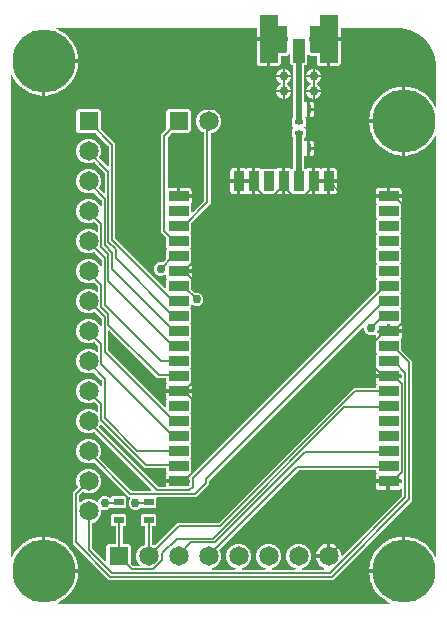
<source format=gbr>
G04 EAGLE Gerber RS-274X export*
G75*
%MOMM*%
%FSLAX34Y34*%
%LPD*%
%AMOC8*
5,1,8,0,0,1.08239X$1,22.5*%
G01*
%ADD10R,1.700000X0.900000*%
%ADD11R,0.900000X1.700000*%
%ADD12C,5.334000*%
%ADD13R,1.650000X1.650000*%
%ADD14C,1.650000*%
%ADD15R,1.524000X4.064000*%
%ADD16R,1.016000X2.032000*%
%ADD17R,0.762000X0.457200*%
%ADD18R,0.457200X0.762000*%
%ADD19R,0.900000X0.600000*%
%ADD20C,0.152400*%
%ADD21C,0.756400*%
%ADD22C,0.508000*%

G36*
X286757Y499168D02*
X286757Y499168D01*
X286759Y499226D01*
X286737Y499308D01*
X286725Y499392D01*
X286702Y499445D01*
X286687Y499501D01*
X286644Y499574D01*
X286609Y499651D01*
X286571Y499696D01*
X286542Y499746D01*
X286480Y499804D01*
X286426Y499868D01*
X286377Y499900D01*
X286334Y499940D01*
X286259Y499979D01*
X286189Y500026D01*
X286133Y500043D01*
X286081Y500070D01*
X286013Y500081D01*
X285918Y500111D01*
X285818Y500114D01*
X285750Y500125D01*
X264652Y500125D01*
X264594Y500117D01*
X264536Y500119D01*
X264454Y500097D01*
X264371Y500085D01*
X264317Y500062D01*
X264261Y500047D01*
X264188Y500004D01*
X264111Y499969D01*
X264066Y499931D01*
X264016Y499902D01*
X263958Y499840D01*
X263894Y499786D01*
X263862Y499737D01*
X263822Y499694D01*
X263783Y499619D01*
X263737Y499549D01*
X263719Y499493D01*
X263692Y499441D01*
X263681Y499373D01*
X263651Y499278D01*
X263648Y499178D01*
X263637Y499110D01*
X263637Y490473D01*
X263398Y490473D01*
X263378Y490470D01*
X263359Y490472D01*
X263257Y490450D01*
X263155Y490433D01*
X263138Y490424D01*
X263118Y490420D01*
X263029Y490367D01*
X262938Y490318D01*
X262924Y490304D01*
X262907Y490294D01*
X262840Y490215D01*
X262768Y490140D01*
X262760Y490122D01*
X262747Y490107D01*
X262708Y490011D01*
X262665Y489917D01*
X262663Y489897D01*
X262655Y489879D01*
X262637Y489712D01*
X262637Y488188D01*
X262640Y488168D01*
X262638Y488149D01*
X262660Y488047D01*
X262676Y487945D01*
X262686Y487928D01*
X262690Y487908D01*
X262743Y487819D01*
X262792Y487728D01*
X262806Y487714D01*
X262816Y487697D01*
X262895Y487630D01*
X262970Y487559D01*
X262988Y487550D01*
X263003Y487537D01*
X263099Y487498D01*
X263193Y487455D01*
X263213Y487453D01*
X263231Y487445D01*
X263398Y487427D01*
X263637Y487427D01*
X263637Y478282D01*
X263645Y478224D01*
X263643Y478166D01*
X263665Y478084D01*
X263677Y478001D01*
X263701Y477947D01*
X263715Y477891D01*
X263758Y477818D01*
X263793Y477741D01*
X263831Y477696D01*
X263861Y477646D01*
X263922Y477588D01*
X263977Y477524D01*
X264025Y477492D01*
X264068Y477452D01*
X264143Y477413D01*
X264213Y477367D01*
X264269Y477349D01*
X264321Y477322D01*
X264389Y477311D01*
X264484Y477281D01*
X264584Y477278D01*
X264652Y477267D01*
X277877Y477267D01*
X277877Y466089D01*
X271445Y466089D01*
X270799Y466262D01*
X270220Y466597D01*
X269747Y467070D01*
X269412Y467649D01*
X269239Y468295D01*
X269239Y473964D01*
X269236Y473984D01*
X269238Y474003D01*
X269216Y474105D01*
X269199Y474207D01*
X269190Y474224D01*
X269186Y474244D01*
X269133Y474333D01*
X269084Y474424D01*
X269070Y474438D01*
X269060Y474455D01*
X268981Y474522D01*
X268906Y474593D01*
X268888Y474602D01*
X268873Y474615D01*
X268777Y474654D01*
X268683Y474697D01*
X268663Y474699D01*
X268645Y474707D01*
X268478Y474725D01*
X264184Y474725D01*
X263279Y474968D01*
X262468Y475436D01*
X262430Y475474D01*
X262372Y475516D01*
X262320Y475565D01*
X262273Y475587D01*
X262231Y475617D01*
X262162Y475638D01*
X262097Y475669D01*
X262045Y475674D01*
X261996Y475690D01*
X261924Y475688D01*
X261853Y475696D01*
X261802Y475685D01*
X261750Y475683D01*
X261682Y475659D01*
X261612Y475643D01*
X261567Y475617D01*
X261519Y475599D01*
X261463Y475554D01*
X261401Y475517D01*
X261367Y475478D01*
X261327Y475445D01*
X261288Y475385D01*
X261241Y475330D01*
X261222Y475282D01*
X261194Y475238D01*
X261176Y475169D01*
X261149Y475102D01*
X261141Y475031D01*
X261133Y475000D01*
X261135Y474976D01*
X261131Y474935D01*
X261131Y467781D01*
X259929Y466579D01*
X259352Y466579D01*
X259332Y466576D01*
X259313Y466578D01*
X259211Y466556D01*
X259109Y466540D01*
X259092Y466530D01*
X259072Y466526D01*
X258983Y466473D01*
X258892Y466424D01*
X258878Y466410D01*
X258861Y466400D01*
X258794Y466321D01*
X258722Y466246D01*
X258714Y466228D01*
X258701Y466213D01*
X258662Y466117D01*
X258619Y466023D01*
X258617Y466003D01*
X258609Y465985D01*
X258591Y465818D01*
X258591Y436289D01*
X258610Y436173D01*
X258628Y436054D01*
X258630Y436050D01*
X258630Y436046D01*
X258685Y435943D01*
X258741Y435836D01*
X258744Y435833D01*
X258746Y435829D01*
X258832Y435747D01*
X258917Y435664D01*
X258921Y435662D01*
X258924Y435660D01*
X259032Y435609D01*
X259139Y435558D01*
X259143Y435558D01*
X259147Y435556D01*
X259266Y435543D01*
X259383Y435528D01*
X259388Y435529D01*
X259391Y435529D01*
X259405Y435532D01*
X259549Y435554D01*
X259761Y435611D01*
X261240Y435611D01*
X261240Y429641D01*
X261243Y429622D01*
X261241Y429602D01*
X261263Y429500D01*
X261279Y429398D01*
X261289Y429381D01*
X261293Y429361D01*
X261346Y429272D01*
X261348Y429269D01*
X261311Y429177D01*
X261268Y429084D01*
X261266Y429064D01*
X261258Y429046D01*
X261240Y428879D01*
X261240Y422909D01*
X260517Y422909D01*
X260446Y422898D01*
X260374Y422896D01*
X260325Y422878D01*
X260274Y422870D01*
X260211Y422836D01*
X260143Y422811D01*
X260103Y422779D01*
X260057Y422754D01*
X260007Y422702D01*
X259951Y422658D01*
X259923Y422614D01*
X259887Y422576D01*
X259857Y422511D01*
X259818Y422451D01*
X259806Y422400D01*
X259784Y422353D01*
X259776Y422282D01*
X259758Y422212D01*
X259762Y422160D01*
X259756Y422109D01*
X259772Y422039D01*
X259777Y421967D01*
X259798Y421919D01*
X259809Y421868D01*
X259846Y421807D01*
X259861Y421771D01*
X259861Y415457D01*
X258962Y414558D01*
X258951Y414542D01*
X258935Y414530D01*
X258879Y414442D01*
X258819Y414359D01*
X258813Y414340D01*
X258802Y414323D01*
X258777Y414222D01*
X258747Y414123D01*
X258747Y414104D01*
X258742Y414084D01*
X258750Y413981D01*
X258753Y413878D01*
X258760Y413859D01*
X258761Y413839D01*
X258802Y413744D01*
X258837Y413647D01*
X258850Y413631D01*
X258858Y413613D01*
X258962Y413482D01*
X259861Y412583D01*
X259861Y406313D01*
X258814Y405266D01*
X258761Y405192D01*
X258701Y405122D01*
X258689Y405092D01*
X258670Y405066D01*
X258643Y404979D01*
X258609Y404894D01*
X258605Y404853D01*
X258598Y404831D01*
X258599Y404799D01*
X258591Y404727D01*
X258591Y403269D01*
X258610Y403152D01*
X258628Y403034D01*
X258630Y403031D01*
X258630Y403026D01*
X258686Y402921D01*
X258741Y402816D01*
X258744Y402813D01*
X258746Y402809D01*
X258831Y402728D01*
X258917Y402644D01*
X258921Y402642D01*
X258924Y402640D01*
X259032Y402589D01*
X259139Y402538D01*
X259143Y402538D01*
X259147Y402536D01*
X259265Y402523D01*
X259383Y402508D01*
X259388Y402509D01*
X259391Y402509D01*
X259405Y402512D01*
X259549Y402534D01*
X259762Y402591D01*
X261240Y402591D01*
X261240Y396621D01*
X261243Y396602D01*
X261241Y396582D01*
X261263Y396480D01*
X261279Y396378D01*
X261289Y396361D01*
X261293Y396341D01*
X261346Y396252D01*
X261348Y396249D01*
X261311Y396157D01*
X261268Y396064D01*
X261266Y396044D01*
X261258Y396026D01*
X261240Y395859D01*
X261240Y389889D01*
X259762Y389889D01*
X259549Y389946D01*
X259430Y389958D01*
X259313Y389971D01*
X259308Y389970D01*
X259304Y389971D01*
X259189Y389944D01*
X259072Y389919D01*
X259069Y389917D01*
X259064Y389916D01*
X258963Y389854D01*
X258861Y389793D01*
X258858Y389790D01*
X258855Y389787D01*
X258778Y389696D01*
X258701Y389606D01*
X258700Y389602D01*
X258697Y389599D01*
X258654Y389488D01*
X258609Y389378D01*
X258609Y389373D01*
X258607Y389370D01*
X258607Y389356D01*
X258591Y389211D01*
X258591Y379612D01*
X258594Y379592D01*
X258592Y379573D01*
X258614Y379471D01*
X258630Y379369D01*
X258640Y379352D01*
X258644Y379332D01*
X258697Y379243D01*
X258746Y379152D01*
X258760Y379138D01*
X258770Y379121D01*
X258849Y379054D01*
X258924Y378982D01*
X258942Y378974D01*
X258957Y378961D01*
X259053Y378922D01*
X259147Y378879D01*
X259167Y378877D01*
X259185Y378869D01*
X259349Y378851D01*
X259465Y378735D01*
X259481Y378723D01*
X259494Y378708D01*
X259581Y378652D01*
X259665Y378591D01*
X259684Y378586D01*
X259701Y378575D01*
X259801Y378549D01*
X259900Y378519D01*
X259920Y378520D01*
X259939Y378515D01*
X260042Y378523D01*
X260146Y378525D01*
X260165Y378532D01*
X260185Y378534D01*
X260280Y378574D01*
X260377Y378610D01*
X260393Y378622D01*
X260411Y378630D01*
X260542Y378735D01*
X260640Y378833D01*
X261219Y379168D01*
X261866Y379341D01*
X265177Y379341D01*
X265177Y369062D01*
X265180Y369042D01*
X265178Y369023D01*
X265200Y368921D01*
X265217Y368819D01*
X265226Y368802D01*
X265230Y368782D01*
X265283Y368693D01*
X265332Y368602D01*
X265346Y368588D01*
X265356Y368571D01*
X265435Y368504D01*
X265510Y368433D01*
X265528Y368424D01*
X265543Y368411D01*
X265639Y368372D01*
X265733Y368329D01*
X265753Y368327D01*
X265771Y368319D01*
X265938Y368301D01*
X266701Y368301D01*
X266701Y368299D01*
X265938Y368299D01*
X265918Y368296D01*
X265899Y368298D01*
X265797Y368276D01*
X265695Y368259D01*
X265678Y368250D01*
X265658Y368246D01*
X265569Y368193D01*
X265478Y368144D01*
X265464Y368130D01*
X265447Y368120D01*
X265380Y368041D01*
X265309Y367966D01*
X265300Y367948D01*
X265287Y367933D01*
X265248Y367837D01*
X265205Y367743D01*
X265203Y367723D01*
X265195Y367705D01*
X265177Y367538D01*
X265177Y357259D01*
X261866Y357259D01*
X261219Y357432D01*
X260640Y357767D01*
X260542Y357865D01*
X260526Y357877D01*
X260513Y357892D01*
X260426Y357948D01*
X260342Y358009D01*
X260323Y358014D01*
X260306Y358025D01*
X260206Y358051D01*
X260107Y358081D01*
X260087Y358080D01*
X260068Y358085D01*
X259965Y358077D01*
X259861Y358075D01*
X259842Y358068D01*
X259822Y358066D01*
X259727Y358026D01*
X259630Y357990D01*
X259615Y357978D01*
X259596Y357970D01*
X259465Y357865D01*
X259349Y357749D01*
X248651Y357749D01*
X248535Y357865D01*
X248519Y357877D01*
X248506Y357892D01*
X248419Y357948D01*
X248335Y358009D01*
X248316Y358014D01*
X248299Y358025D01*
X248199Y358051D01*
X248100Y358081D01*
X248080Y358080D01*
X248061Y358085D01*
X247958Y358077D01*
X247854Y358075D01*
X247835Y358068D01*
X247815Y358066D01*
X247720Y358026D01*
X247623Y357990D01*
X247607Y357978D01*
X247589Y357970D01*
X247458Y357865D01*
X247360Y357767D01*
X246781Y357432D01*
X246134Y357259D01*
X242823Y357259D01*
X242823Y367538D01*
X242820Y367558D01*
X242822Y367577D01*
X242800Y367679D01*
X242783Y367781D01*
X242774Y367798D01*
X242770Y367818D01*
X242717Y367907D01*
X242668Y367998D01*
X242654Y368012D01*
X242644Y368029D01*
X242565Y368096D01*
X242490Y368167D01*
X242472Y368176D01*
X242457Y368189D01*
X242361Y368228D01*
X242267Y368271D01*
X242247Y368273D01*
X242229Y368281D01*
X242062Y368299D01*
X240538Y368299D01*
X240518Y368296D01*
X240499Y368298D01*
X240397Y368276D01*
X240295Y368259D01*
X240278Y368250D01*
X240258Y368246D01*
X240169Y368193D01*
X240078Y368144D01*
X240064Y368130D01*
X240047Y368120D01*
X239980Y368041D01*
X239909Y367966D01*
X239900Y367948D01*
X239887Y367933D01*
X239848Y367837D01*
X239805Y367743D01*
X239803Y367723D01*
X239795Y367705D01*
X239777Y367538D01*
X239777Y357259D01*
X236466Y357259D01*
X235819Y357432D01*
X235240Y357767D01*
X235142Y357865D01*
X235126Y357877D01*
X235113Y357892D01*
X235026Y357948D01*
X234942Y358009D01*
X234923Y358014D01*
X234906Y358025D01*
X234806Y358051D01*
X234707Y358081D01*
X234687Y358080D01*
X234668Y358085D01*
X234565Y358077D01*
X234461Y358075D01*
X234442Y358068D01*
X234422Y358066D01*
X234327Y358026D01*
X234230Y357990D01*
X234215Y357978D01*
X234196Y357970D01*
X234065Y357865D01*
X233949Y357749D01*
X223251Y357749D01*
X223135Y357865D01*
X223119Y357877D01*
X223106Y357892D01*
X223019Y357948D01*
X222935Y358009D01*
X222916Y358014D01*
X222899Y358025D01*
X222799Y358051D01*
X222700Y358081D01*
X222680Y358080D01*
X222661Y358085D01*
X222558Y358077D01*
X222454Y358075D01*
X222435Y358068D01*
X222415Y358066D01*
X222320Y358026D01*
X222223Y357990D01*
X222207Y357978D01*
X222189Y357970D01*
X222058Y357865D01*
X221960Y357767D01*
X221381Y357432D01*
X220734Y357259D01*
X217423Y357259D01*
X217423Y367538D01*
X217420Y367558D01*
X217422Y367577D01*
X217400Y367679D01*
X217383Y367781D01*
X217374Y367798D01*
X217370Y367818D01*
X217317Y367907D01*
X217268Y367998D01*
X217254Y368012D01*
X217244Y368029D01*
X217165Y368096D01*
X217090Y368167D01*
X217072Y368176D01*
X217057Y368189D01*
X216961Y368228D01*
X216867Y368271D01*
X216847Y368273D01*
X216829Y368281D01*
X216662Y368299D01*
X215899Y368299D01*
X215899Y368301D01*
X216662Y368301D01*
X216682Y368304D01*
X216701Y368302D01*
X216803Y368324D01*
X216905Y368341D01*
X216922Y368350D01*
X216942Y368354D01*
X217031Y368407D01*
X217122Y368456D01*
X217136Y368470D01*
X217153Y368480D01*
X217220Y368559D01*
X217291Y368634D01*
X217300Y368652D01*
X217313Y368667D01*
X217352Y368763D01*
X217395Y368857D01*
X217397Y368877D01*
X217405Y368895D01*
X217423Y369062D01*
X217423Y379341D01*
X220735Y379341D01*
X221381Y379168D01*
X221960Y378833D01*
X222058Y378735D01*
X222074Y378723D01*
X222087Y378708D01*
X222174Y378652D01*
X222258Y378591D01*
X222277Y378586D01*
X222294Y378575D01*
X222394Y378549D01*
X222493Y378519D01*
X222513Y378520D01*
X222532Y378515D01*
X222635Y378523D01*
X222739Y378525D01*
X222758Y378532D01*
X222778Y378534D01*
X222873Y378574D01*
X222970Y378610D01*
X222985Y378622D01*
X223004Y378630D01*
X223135Y378735D01*
X223251Y378851D01*
X233949Y378851D01*
X234065Y378735D01*
X234081Y378723D01*
X234094Y378708D01*
X234181Y378652D01*
X234265Y378591D01*
X234284Y378586D01*
X234301Y378575D01*
X234401Y378549D01*
X234500Y378519D01*
X234520Y378520D01*
X234539Y378515D01*
X234642Y378523D01*
X234746Y378525D01*
X234765Y378532D01*
X234785Y378534D01*
X234880Y378574D01*
X234977Y378610D01*
X234993Y378622D01*
X235011Y378630D01*
X235142Y378735D01*
X235240Y378833D01*
X235819Y379168D01*
X236466Y379341D01*
X239777Y379341D01*
X239777Y369062D01*
X239780Y369042D01*
X239778Y369023D01*
X239800Y368921D01*
X239817Y368819D01*
X239826Y368802D01*
X239830Y368782D01*
X239883Y368693D01*
X239932Y368602D01*
X239946Y368588D01*
X239956Y368571D01*
X240035Y368504D01*
X240110Y368433D01*
X240128Y368424D01*
X240143Y368411D01*
X240239Y368372D01*
X240333Y368329D01*
X240353Y368327D01*
X240371Y368319D01*
X240538Y368301D01*
X242062Y368301D01*
X242082Y368304D01*
X242101Y368302D01*
X242203Y368324D01*
X242305Y368341D01*
X242322Y368350D01*
X242342Y368354D01*
X242431Y368407D01*
X242522Y368456D01*
X242536Y368470D01*
X242553Y368480D01*
X242620Y368559D01*
X242691Y368634D01*
X242700Y368652D01*
X242713Y368667D01*
X242752Y368763D01*
X242795Y368857D01*
X242797Y368877D01*
X242805Y368895D01*
X242823Y369062D01*
X242823Y379341D01*
X246135Y379341D01*
X246781Y379168D01*
X247360Y378833D01*
X247458Y378735D01*
X247474Y378723D01*
X247487Y378708D01*
X247574Y378652D01*
X247658Y378591D01*
X247677Y378586D01*
X247694Y378575D01*
X247794Y378549D01*
X247893Y378519D01*
X247913Y378520D01*
X247932Y378515D01*
X248035Y378523D01*
X248139Y378525D01*
X248158Y378532D01*
X248178Y378534D01*
X248273Y378574D01*
X248370Y378610D01*
X248385Y378622D01*
X248404Y378630D01*
X248535Y378735D01*
X248651Y378851D01*
X248668Y378854D01*
X248687Y378852D01*
X248789Y378874D01*
X248891Y378890D01*
X248908Y378900D01*
X248928Y378904D01*
X249017Y378957D01*
X249108Y379006D01*
X249122Y379020D01*
X249139Y379030D01*
X249206Y379109D01*
X249278Y379184D01*
X249286Y379202D01*
X249299Y379217D01*
X249338Y379313D01*
X249381Y379407D01*
X249383Y379427D01*
X249391Y379445D01*
X249409Y379612D01*
X249409Y390757D01*
X249395Y390847D01*
X249387Y390938D01*
X249375Y390968D01*
X249370Y391000D01*
X249327Y391081D01*
X249291Y391165D01*
X249265Y391197D01*
X249254Y391217D01*
X249231Y391240D01*
X249186Y391296D01*
X248901Y391581D01*
X248901Y400899D01*
X249186Y401184D01*
X249239Y401258D01*
X249299Y401328D01*
X249311Y401358D01*
X249330Y401384D01*
X249357Y401471D01*
X249391Y401556D01*
X249395Y401597D01*
X249402Y401619D01*
X249401Y401651D01*
X249409Y401723D01*
X249409Y404727D01*
X249395Y404817D01*
X249387Y404908D01*
X249375Y404938D01*
X249370Y404970D01*
X249327Y405051D01*
X249291Y405135D01*
X249265Y405167D01*
X249254Y405187D01*
X249231Y405210D01*
X249186Y405266D01*
X248139Y406313D01*
X248139Y412583D01*
X249038Y413482D01*
X249049Y413498D01*
X249065Y413510D01*
X249121Y413598D01*
X249181Y413681D01*
X249187Y413700D01*
X249198Y413717D01*
X249223Y413818D01*
X249253Y413917D01*
X249253Y413936D01*
X249258Y413956D01*
X249250Y414059D01*
X249247Y414162D01*
X249240Y414181D01*
X249239Y414201D01*
X249198Y414296D01*
X249163Y414393D01*
X249150Y414409D01*
X249142Y414427D01*
X249038Y414558D01*
X248139Y415457D01*
X248139Y421727D01*
X249186Y422774D01*
X249239Y422848D01*
X249299Y422918D01*
X249311Y422948D01*
X249330Y422974D01*
X249357Y423061D01*
X249391Y423146D01*
X249395Y423187D01*
X249402Y423209D01*
X249401Y423241D01*
X249409Y423313D01*
X249409Y423777D01*
X249395Y423867D01*
X249387Y423958D01*
X249375Y423988D01*
X249370Y424020D01*
X249327Y424101D01*
X249291Y424185D01*
X249265Y424217D01*
X249254Y424237D01*
X249231Y424260D01*
X249186Y424316D01*
X248901Y424601D01*
X248901Y433919D01*
X249186Y434204D01*
X249239Y434278D01*
X249299Y434348D01*
X249311Y434378D01*
X249330Y434404D01*
X249357Y434491D01*
X249391Y434576D01*
X249395Y434617D01*
X249402Y434639D01*
X249401Y434671D01*
X249409Y434743D01*
X249409Y465818D01*
X249406Y465838D01*
X249408Y465857D01*
X249386Y465959D01*
X249370Y466061D01*
X249360Y466078D01*
X249356Y466098D01*
X249303Y466187D01*
X249254Y466278D01*
X249240Y466292D01*
X249230Y466309D01*
X249151Y466376D01*
X249076Y466448D01*
X249058Y466456D01*
X249043Y466469D01*
X248947Y466508D01*
X248853Y466551D01*
X248833Y466553D01*
X248815Y466561D01*
X248648Y466579D01*
X248071Y466579D01*
X246869Y467781D01*
X246869Y474935D01*
X246858Y475006D01*
X246856Y475078D01*
X246838Y475127D01*
X246830Y475178D01*
X246796Y475242D01*
X246771Y475309D01*
X246739Y475350D01*
X246714Y475396D01*
X246662Y475445D01*
X246618Y475501D01*
X246574Y475529D01*
X246536Y475565D01*
X246471Y475595D01*
X246411Y475634D01*
X246360Y475647D01*
X246313Y475669D01*
X246242Y475676D01*
X246172Y475694D01*
X246120Y475690D01*
X246069Y475696D01*
X245998Y475680D01*
X245927Y475675D01*
X245879Y475654D01*
X245828Y475643D01*
X245767Y475607D01*
X245701Y475579D01*
X245645Y475534D01*
X245617Y475517D01*
X245602Y475500D01*
X245570Y475474D01*
X245532Y475436D01*
X244721Y474968D01*
X243816Y474725D01*
X239522Y474725D01*
X239502Y474722D01*
X239483Y474724D01*
X239381Y474702D01*
X239279Y474685D01*
X239262Y474676D01*
X239242Y474672D01*
X239153Y474619D01*
X239062Y474570D01*
X239048Y474556D01*
X239031Y474546D01*
X238964Y474467D01*
X238892Y474392D01*
X238884Y474374D01*
X238871Y474359D01*
X238832Y474263D01*
X238789Y474169D01*
X238787Y474149D01*
X238779Y474131D01*
X238761Y473964D01*
X238761Y468295D01*
X238588Y467649D01*
X238253Y467070D01*
X237780Y466597D01*
X237201Y466262D01*
X236554Y466089D01*
X230123Y466089D01*
X230123Y477267D01*
X243348Y477267D01*
X243406Y477275D01*
X243464Y477273D01*
X243546Y477295D01*
X243630Y477307D01*
X243683Y477331D01*
X243739Y477345D01*
X243812Y477388D01*
X243889Y477423D01*
X243934Y477461D01*
X243984Y477491D01*
X244042Y477552D01*
X244106Y477607D01*
X244138Y477655D01*
X244178Y477698D01*
X244217Y477773D01*
X244264Y477843D01*
X244281Y477899D01*
X244308Y477951D01*
X244319Y478019D01*
X244349Y478114D01*
X244352Y478214D01*
X244363Y478282D01*
X244363Y487427D01*
X244602Y487427D01*
X244622Y487430D01*
X244641Y487428D01*
X244743Y487450D01*
X244845Y487467D01*
X244862Y487476D01*
X244882Y487480D01*
X244971Y487533D01*
X245062Y487582D01*
X245076Y487596D01*
X245093Y487606D01*
X245160Y487685D01*
X245232Y487760D01*
X245240Y487778D01*
X245253Y487793D01*
X245292Y487889D01*
X245335Y487983D01*
X245337Y488003D01*
X245345Y488021D01*
X245363Y488188D01*
X245363Y489712D01*
X245360Y489732D01*
X245362Y489751D01*
X245340Y489853D01*
X245324Y489955D01*
X245314Y489972D01*
X245310Y489992D01*
X245257Y490081D01*
X245208Y490172D01*
X245194Y490186D01*
X245184Y490203D01*
X245105Y490270D01*
X245030Y490341D01*
X245012Y490350D01*
X244997Y490363D01*
X244901Y490402D01*
X244807Y490445D01*
X244787Y490447D01*
X244769Y490455D01*
X244602Y490473D01*
X244363Y490473D01*
X244363Y499110D01*
X244355Y499168D01*
X244357Y499226D01*
X244335Y499308D01*
X244323Y499392D01*
X244300Y499445D01*
X244285Y499501D01*
X244242Y499574D01*
X244207Y499651D01*
X244169Y499696D01*
X244140Y499746D01*
X244078Y499804D01*
X244024Y499868D01*
X243975Y499900D01*
X243932Y499940D01*
X243857Y499979D01*
X243787Y500026D01*
X243731Y500043D01*
X243679Y500070D01*
X243611Y500081D01*
X243516Y500111D01*
X243416Y500114D01*
X243348Y500125D01*
X222250Y500125D01*
X222192Y500117D01*
X222134Y500119D01*
X222052Y500097D01*
X221969Y500085D01*
X221915Y500062D01*
X221859Y500047D01*
X221786Y500004D01*
X221709Y499969D01*
X221664Y499931D01*
X221614Y499902D01*
X221556Y499840D01*
X221492Y499786D01*
X221460Y499737D01*
X221420Y499694D01*
X221381Y499619D01*
X221335Y499549D01*
X221317Y499493D01*
X221290Y499441D01*
X221279Y499373D01*
X221249Y499278D01*
X221246Y499178D01*
X221235Y499110D01*
X221235Y490473D01*
X218439Y490473D01*
X218439Y497588D01*
X218436Y497608D01*
X218438Y497627D01*
X218416Y497729D01*
X218399Y497831D01*
X218390Y497848D01*
X218386Y497868D01*
X218333Y497957D01*
X218284Y498048D01*
X218270Y498062D01*
X218260Y498079D01*
X218181Y498146D01*
X218106Y498218D01*
X218088Y498226D01*
X218073Y498239D01*
X217977Y498278D01*
X217883Y498321D01*
X217863Y498323D01*
X217845Y498331D01*
X217678Y498349D01*
X49684Y498349D01*
X49608Y498337D01*
X49532Y498334D01*
X49488Y498317D01*
X49441Y498310D01*
X49374Y498274D01*
X49302Y498247D01*
X49265Y498217D01*
X49223Y498194D01*
X49171Y498139D01*
X49112Y498091D01*
X49087Y498051D01*
X49054Y498016D01*
X49022Y497947D01*
X48982Y497882D01*
X48970Y497836D01*
X48950Y497793D01*
X48942Y497717D01*
X48924Y497643D01*
X48929Y497596D01*
X48923Y497549D01*
X48940Y497474D01*
X48946Y497398D01*
X48966Y497355D01*
X48976Y497308D01*
X49015Y497243D01*
X49045Y497173D01*
X49077Y497138D01*
X49102Y497097D01*
X49160Y497047D01*
X49211Y496991D01*
X49265Y496957D01*
X49289Y496937D01*
X49313Y496927D01*
X49353Y496902D01*
X52252Y495506D01*
X55030Y493761D01*
X57595Y491715D01*
X59915Y489395D01*
X61961Y486830D01*
X63706Y484052D01*
X65130Y481096D01*
X66213Y477999D01*
X66943Y474801D01*
X67311Y471540D01*
X67311Y471423D01*
X38862Y471423D01*
X38842Y471420D01*
X38823Y471422D01*
X38721Y471400D01*
X38619Y471383D01*
X38602Y471374D01*
X38582Y471370D01*
X38493Y471317D01*
X38402Y471268D01*
X38388Y471254D01*
X38371Y471244D01*
X38304Y471165D01*
X38233Y471090D01*
X38224Y471072D01*
X38211Y471057D01*
X38173Y470961D01*
X38129Y470867D01*
X38127Y470847D01*
X38119Y470829D01*
X38101Y470662D01*
X38101Y469899D01*
X37338Y469899D01*
X37318Y469896D01*
X37299Y469898D01*
X37197Y469876D01*
X37095Y469859D01*
X37078Y469850D01*
X37058Y469846D01*
X36969Y469793D01*
X36878Y469744D01*
X36864Y469730D01*
X36847Y469720D01*
X36780Y469641D01*
X36709Y469566D01*
X36700Y469548D01*
X36687Y469533D01*
X36648Y469437D01*
X36605Y469343D01*
X36603Y469323D01*
X36595Y469305D01*
X36577Y469138D01*
X36577Y440689D01*
X36460Y440689D01*
X33199Y441057D01*
X30069Y441771D01*
X30001Y441787D01*
X26904Y442870D01*
X23948Y444294D01*
X21170Y446039D01*
X18605Y448085D01*
X16285Y450405D01*
X14239Y452970D01*
X12494Y455748D01*
X11608Y457588D01*
X11564Y457650D01*
X11528Y457718D01*
X11494Y457750D01*
X11467Y457789D01*
X11405Y457834D01*
X11350Y457887D01*
X11307Y457907D01*
X11269Y457935D01*
X11196Y457958D01*
X11127Y457991D01*
X11080Y457996D01*
X11035Y458010D01*
X10958Y458009D01*
X10883Y458018D01*
X10836Y458008D01*
X10789Y458007D01*
X10717Y457982D01*
X10642Y457965D01*
X10601Y457941D01*
X10557Y457925D01*
X10496Y457878D01*
X10431Y457839D01*
X10400Y457803D01*
X10363Y457774D01*
X10321Y457710D01*
X10271Y457652D01*
X10253Y457608D01*
X10227Y457569D01*
X10208Y457495D01*
X10179Y457424D01*
X10172Y457361D01*
X10164Y457331D01*
X10166Y457305D01*
X10161Y457257D01*
X10161Y50743D01*
X10173Y50667D01*
X10176Y50591D01*
X10193Y50547D01*
X10200Y50500D01*
X10236Y50433D01*
X10263Y50361D01*
X10293Y50324D01*
X10316Y50282D01*
X10371Y50230D01*
X10419Y50171D01*
X10459Y50146D01*
X10494Y50113D01*
X10563Y50081D01*
X10628Y50041D01*
X10674Y50029D01*
X10717Y50009D01*
X10793Y50001D01*
X10867Y49983D01*
X10914Y49988D01*
X10961Y49982D01*
X11036Y49999D01*
X11112Y50005D01*
X11155Y50025D01*
X11202Y50035D01*
X11267Y50074D01*
X11337Y50104D01*
X11372Y50136D01*
X11413Y50161D01*
X11463Y50219D01*
X11519Y50270D01*
X11553Y50324D01*
X11573Y50348D01*
X11583Y50372D01*
X11608Y50412D01*
X12494Y52252D01*
X14239Y55030D01*
X16285Y57595D01*
X18605Y59915D01*
X21170Y61961D01*
X23948Y63706D01*
X26904Y65130D01*
X30001Y66213D01*
X33199Y66943D01*
X36460Y67311D01*
X36577Y67311D01*
X36577Y38862D01*
X36580Y38842D01*
X36578Y38823D01*
X36600Y38721D01*
X36617Y38619D01*
X36626Y38602D01*
X36630Y38582D01*
X36683Y38493D01*
X36732Y38402D01*
X36746Y38388D01*
X36756Y38371D01*
X36835Y38304D01*
X36910Y38233D01*
X36928Y38224D01*
X36943Y38211D01*
X37039Y38173D01*
X37133Y38129D01*
X37153Y38127D01*
X37171Y38119D01*
X37338Y38101D01*
X38101Y38101D01*
X38101Y37338D01*
X38104Y37318D01*
X38102Y37299D01*
X38124Y37197D01*
X38141Y37095D01*
X38150Y37078D01*
X38154Y37058D01*
X38207Y36969D01*
X38256Y36878D01*
X38270Y36864D01*
X38280Y36847D01*
X38359Y36780D01*
X38434Y36709D01*
X38452Y36700D01*
X38467Y36687D01*
X38563Y36648D01*
X38657Y36605D01*
X38677Y36603D01*
X38695Y36595D01*
X38862Y36577D01*
X67311Y36577D01*
X67311Y36460D01*
X66943Y33199D01*
X66213Y30001D01*
X65130Y26904D01*
X63706Y23948D01*
X61961Y21170D01*
X59915Y18605D01*
X57595Y16285D01*
X55030Y14239D01*
X52252Y12494D01*
X50412Y11608D01*
X50350Y11564D01*
X50282Y11528D01*
X50250Y11494D01*
X50211Y11467D01*
X50166Y11405D01*
X50113Y11350D01*
X50093Y11307D01*
X50065Y11269D01*
X50042Y11196D01*
X50009Y11127D01*
X50004Y11080D01*
X49990Y11035D01*
X49991Y10958D01*
X49982Y10883D01*
X49992Y10836D01*
X49993Y10789D01*
X50018Y10717D01*
X50035Y10642D01*
X50059Y10601D01*
X50075Y10557D01*
X50122Y10496D01*
X50161Y10431D01*
X50197Y10400D01*
X50226Y10363D01*
X50290Y10321D01*
X50348Y10271D01*
X50392Y10253D01*
X50431Y10227D01*
X50505Y10208D01*
X50576Y10179D01*
X50639Y10172D01*
X50669Y10164D01*
X50695Y10166D01*
X50743Y10161D01*
X330257Y10161D01*
X330333Y10173D01*
X330409Y10176D01*
X330453Y10193D01*
X330500Y10200D01*
X330567Y10236D01*
X330639Y10263D01*
X330676Y10293D01*
X330718Y10316D01*
X330770Y10371D01*
X330829Y10419D01*
X330854Y10459D01*
X330887Y10494D01*
X330919Y10563D01*
X330959Y10628D01*
X330970Y10674D01*
X330991Y10717D01*
X330999Y10793D01*
X331017Y10867D01*
X331012Y10914D01*
X331018Y10961D01*
X331001Y11036D01*
X330995Y11112D01*
X330975Y11155D01*
X330965Y11202D01*
X330926Y11267D01*
X330896Y11337D01*
X330864Y11372D01*
X330839Y11413D01*
X330781Y11463D01*
X330730Y11519D01*
X330676Y11553D01*
X330652Y11573D01*
X330628Y11583D01*
X330588Y11608D01*
X328748Y12494D01*
X325970Y14239D01*
X323405Y16285D01*
X321085Y18605D01*
X319039Y21170D01*
X317294Y23948D01*
X315870Y26904D01*
X314787Y30001D01*
X314057Y33199D01*
X313689Y36460D01*
X313689Y36577D01*
X342138Y36577D01*
X342158Y36580D01*
X342177Y36578D01*
X342279Y36600D01*
X342381Y36617D01*
X342398Y36626D01*
X342418Y36630D01*
X342507Y36683D01*
X342598Y36732D01*
X342612Y36746D01*
X342629Y36756D01*
X342696Y36835D01*
X342767Y36910D01*
X342776Y36928D01*
X342789Y36943D01*
X342827Y37039D01*
X342871Y37133D01*
X342873Y37153D01*
X342881Y37171D01*
X342899Y37338D01*
X342899Y38101D01*
X343662Y38101D01*
X343682Y38104D01*
X343701Y38102D01*
X343803Y38124D01*
X343905Y38141D01*
X343922Y38150D01*
X343942Y38154D01*
X344031Y38207D01*
X344122Y38256D01*
X344136Y38270D01*
X344153Y38280D01*
X344220Y38359D01*
X344291Y38434D01*
X344300Y38452D01*
X344313Y38467D01*
X344352Y38563D01*
X344395Y38657D01*
X344397Y38677D01*
X344405Y38695D01*
X344423Y38862D01*
X344423Y67311D01*
X344540Y67311D01*
X347801Y66943D01*
X349692Y66512D01*
X350999Y66213D01*
X354096Y65130D01*
X357052Y63706D01*
X359830Y61961D01*
X362395Y59915D01*
X364715Y57595D01*
X366761Y55030D01*
X368506Y52252D01*
X369192Y50828D01*
X369236Y50765D01*
X369272Y50698D01*
X369306Y50665D01*
X369333Y50626D01*
X369395Y50581D01*
X369450Y50528D01*
X369493Y50508D01*
X369531Y50480D01*
X369604Y50457D01*
X369673Y50425D01*
X369720Y50420D01*
X369765Y50405D01*
X369842Y50406D01*
X369917Y50398D01*
X369964Y50408D01*
X370011Y50408D01*
X370083Y50434D01*
X370158Y50450D01*
X370199Y50474D01*
X370243Y50490D01*
X370304Y50537D01*
X370369Y50576D01*
X370400Y50612D01*
X370437Y50641D01*
X370479Y50705D01*
X370529Y50763D01*
X370547Y50807D01*
X370573Y50847D01*
X370592Y50920D01*
X370621Y50991D01*
X370628Y51055D01*
X370636Y51085D01*
X370634Y51111D01*
X370639Y51158D01*
X370639Y406042D01*
X370638Y406049D01*
X370638Y406050D01*
X370637Y406056D01*
X370627Y406117D01*
X370624Y406194D01*
X370607Y406238D01*
X370600Y406285D01*
X370564Y406352D01*
X370537Y406424D01*
X370507Y406460D01*
X370484Y406502D01*
X370429Y406555D01*
X370381Y406614D01*
X370341Y406639D01*
X370306Y406672D01*
X370237Y406704D01*
X370172Y406744D01*
X370126Y406755D01*
X370083Y406775D01*
X370007Y406784D01*
X369933Y406801D01*
X369886Y406797D01*
X369839Y406802D01*
X369764Y406786D01*
X369688Y406779D01*
X369645Y406760D01*
X369598Y406750D01*
X369533Y406711D01*
X369463Y406680D01*
X369428Y406648D01*
X369387Y406624D01*
X369337Y406566D01*
X369281Y406515D01*
X369247Y406461D01*
X369227Y406437D01*
X369217Y406413D01*
X369192Y406372D01*
X368506Y404948D01*
X366761Y402170D01*
X364715Y399605D01*
X362395Y397285D01*
X359830Y395239D01*
X357052Y393494D01*
X354096Y392070D01*
X350999Y390987D01*
X347801Y390257D01*
X344540Y389889D01*
X344423Y389889D01*
X344423Y418338D01*
X344420Y418358D01*
X344422Y418377D01*
X344400Y418479D01*
X344383Y418581D01*
X344374Y418598D01*
X344370Y418618D01*
X344317Y418707D01*
X344268Y418798D01*
X344254Y418812D01*
X344244Y418829D01*
X344165Y418896D01*
X344090Y418967D01*
X344072Y418976D01*
X344057Y418989D01*
X343961Y419027D01*
X343867Y419071D01*
X343847Y419073D01*
X343829Y419081D01*
X343662Y419099D01*
X342899Y419099D01*
X342899Y419101D01*
X343662Y419101D01*
X343682Y419104D01*
X343701Y419102D01*
X343803Y419124D01*
X343905Y419141D01*
X343922Y419150D01*
X343942Y419154D01*
X344031Y419207D01*
X344122Y419256D01*
X344136Y419270D01*
X344153Y419280D01*
X344220Y419359D01*
X344291Y419434D01*
X344300Y419452D01*
X344313Y419467D01*
X344352Y419563D01*
X344395Y419657D01*
X344397Y419677D01*
X344405Y419695D01*
X344423Y419862D01*
X344423Y448311D01*
X344540Y448311D01*
X347801Y447943D01*
X348000Y447898D01*
X350999Y447213D01*
X354096Y446130D01*
X357052Y444706D01*
X359830Y442961D01*
X362395Y440915D01*
X364715Y438595D01*
X366761Y436030D01*
X368506Y433252D01*
X369192Y431828D01*
X369236Y431765D01*
X369272Y431698D01*
X369306Y431665D01*
X369333Y431626D01*
X369395Y431581D01*
X369450Y431528D01*
X369493Y431508D01*
X369531Y431480D01*
X369604Y431457D01*
X369673Y431425D01*
X369720Y431420D01*
X369765Y431405D01*
X369842Y431406D01*
X369917Y431398D01*
X369964Y431408D01*
X370011Y431408D01*
X370083Y431434D01*
X370158Y431450D01*
X370199Y431474D01*
X370243Y431490D01*
X370304Y431537D01*
X370369Y431576D01*
X370400Y431612D01*
X370437Y431641D01*
X370479Y431705D01*
X370529Y431763D01*
X370547Y431807D01*
X370573Y431847D01*
X370592Y431920D01*
X370621Y431991D01*
X370628Y432055D01*
X370636Y432085D01*
X370634Y432111D01*
X370639Y432158D01*
X370639Y464627D01*
X370637Y464643D01*
X370638Y464660D01*
X370638Y464666D01*
X370638Y464668D01*
X370638Y464670D01*
X370431Y468360D01*
X370424Y468392D01*
X370413Y468487D01*
X368771Y475683D01*
X368770Y475684D01*
X368770Y475686D01*
X368714Y475844D01*
X365512Y482494D01*
X365511Y482495D01*
X365511Y482496D01*
X365421Y482638D01*
X360819Y488409D01*
X360818Y488410D01*
X360817Y488411D01*
X360699Y488529D01*
X354928Y493131D01*
X354927Y493132D01*
X354926Y493133D01*
X354784Y493222D01*
X348134Y496424D01*
X348132Y496425D01*
X348131Y496425D01*
X347973Y496481D01*
X347533Y496581D01*
X344197Y497342D01*
X340862Y498103D01*
X340862Y498104D01*
X340777Y498123D01*
X340745Y498125D01*
X340650Y498141D01*
X336960Y498348D01*
X336944Y498346D01*
X336917Y498349D01*
X290322Y498349D01*
X290302Y498346D01*
X290283Y498348D01*
X290181Y498326D01*
X290079Y498310D01*
X290062Y498300D01*
X290042Y498296D01*
X289953Y498243D01*
X289862Y498194D01*
X289848Y498180D01*
X289831Y498170D01*
X289764Y498091D01*
X289692Y498016D01*
X289684Y497998D01*
X289671Y497983D01*
X289632Y497887D01*
X289589Y497793D01*
X289587Y497773D01*
X289579Y497755D01*
X289561Y497588D01*
X289561Y490473D01*
X286765Y490473D01*
X286765Y499110D01*
X286757Y499168D01*
G37*
%LPC*%
G36*
X93323Y30715D02*
X93323Y30715D01*
X62719Y61319D01*
X62719Y104797D01*
X66791Y108869D01*
X66859Y108964D01*
X66929Y109058D01*
X66931Y109064D01*
X66935Y109069D01*
X66969Y109180D01*
X67006Y109292D01*
X67005Y109298D01*
X67007Y109304D01*
X67004Y109421D01*
X67003Y109538D01*
X67001Y109545D01*
X67001Y109550D01*
X66995Y109567D01*
X66956Y109699D01*
X65899Y112251D01*
X65899Y116349D01*
X67467Y120135D01*
X70365Y123033D01*
X74151Y124601D01*
X78249Y124601D01*
X82035Y123033D01*
X84933Y120135D01*
X86501Y116349D01*
X86501Y112251D01*
X84933Y108465D01*
X82035Y105567D01*
X78249Y103999D01*
X74151Y103999D01*
X71599Y105056D01*
X71485Y105083D01*
X71372Y105112D01*
X71365Y105111D01*
X71359Y105113D01*
X71243Y105102D01*
X71126Y105093D01*
X71121Y105090D01*
X71114Y105090D01*
X71007Y105042D01*
X70900Y104996D01*
X70894Y104992D01*
X70890Y104990D01*
X70876Y104977D01*
X70769Y104891D01*
X68568Y102690D01*
X68515Y102616D01*
X68455Y102546D01*
X68443Y102516D01*
X68424Y102490D01*
X68397Y102403D01*
X68363Y102318D01*
X68359Y102277D01*
X68352Y102255D01*
X68353Y102223D01*
X68345Y102152D01*
X68345Y97450D01*
X68356Y97379D01*
X68358Y97308D01*
X68376Y97259D01*
X68384Y97207D01*
X68418Y97144D01*
X68443Y97077D01*
X68475Y97036D01*
X68500Y96990D01*
X68552Y96940D01*
X68596Y96884D01*
X68640Y96856D01*
X68678Y96820D01*
X68743Y96790D01*
X68803Y96751D01*
X68854Y96739D01*
X68901Y96717D01*
X68972Y96709D01*
X69042Y96691D01*
X69094Y96695D01*
X69145Y96690D01*
X69216Y96705D01*
X69287Y96711D01*
X69335Y96731D01*
X69386Y96742D01*
X69447Y96779D01*
X69513Y96807D01*
X69569Y96852D01*
X69597Y96868D01*
X69612Y96886D01*
X69644Y96912D01*
X70365Y97633D01*
X74151Y99201D01*
X78249Y99201D01*
X82035Y97633D01*
X82813Y96855D01*
X82850Y96828D01*
X82881Y96794D01*
X82949Y96757D01*
X83012Y96711D01*
X83056Y96698D01*
X83096Y96676D01*
X83173Y96662D01*
X83247Y96639D01*
X83293Y96640D01*
X83338Y96632D01*
X83415Y96643D01*
X83493Y96645D01*
X83536Y96661D01*
X83582Y96668D01*
X83651Y96703D01*
X83724Y96730D01*
X83760Y96759D01*
X83801Y96779D01*
X83856Y96835D01*
X83916Y96884D01*
X83941Y96922D01*
X83973Y96955D01*
X84039Y97075D01*
X84049Y97090D01*
X84051Y97095D01*
X84054Y97102D01*
X84971Y99316D01*
X86612Y100957D01*
X88756Y101845D01*
X91076Y101845D01*
X93220Y100957D01*
X93950Y100227D01*
X93966Y100215D01*
X93979Y100200D01*
X94066Y100143D01*
X94150Y100083D01*
X94169Y100077D01*
X94186Y100067D01*
X94286Y100041D01*
X94385Y100011D01*
X94405Y100011D01*
X94424Y100006D01*
X94527Y100015D01*
X94631Y100017D01*
X94650Y100024D01*
X94669Y100026D01*
X94764Y100066D01*
X94862Y100102D01*
X94877Y100114D01*
X94896Y100122D01*
X95027Y100227D01*
X96251Y101451D01*
X106949Y101451D01*
X108151Y100249D01*
X108151Y92551D01*
X106949Y91349D01*
X96251Y91349D01*
X95415Y92185D01*
X95398Y92197D01*
X95386Y92212D01*
X95299Y92269D01*
X95215Y92329D01*
X95196Y92335D01*
X95179Y92345D01*
X95079Y92371D01*
X94980Y92401D01*
X94960Y92401D01*
X94941Y92406D01*
X94838Y92397D01*
X94734Y92395D01*
X94715Y92388D01*
X94695Y92386D01*
X94600Y92346D01*
X94503Y92310D01*
X94487Y92298D01*
X94469Y92290D01*
X94338Y92185D01*
X93220Y91067D01*
X91076Y90179D01*
X88756Y90179D01*
X87553Y90677D01*
X87509Y90688D01*
X87467Y90707D01*
X87390Y90716D01*
X87314Y90734D01*
X87268Y90729D01*
X87223Y90734D01*
X87146Y90718D01*
X87069Y90710D01*
X87027Y90692D01*
X86982Y90682D01*
X86915Y90642D01*
X86844Y90610D01*
X86810Y90579D01*
X86771Y90556D01*
X86720Y90497D01*
X86663Y90444D01*
X86641Y90404D01*
X86611Y90369D01*
X86582Y90297D01*
X86545Y90229D01*
X86536Y90183D01*
X86519Y90141D01*
X86504Y90005D01*
X86501Y89987D01*
X86502Y89982D01*
X86501Y89974D01*
X86501Y86851D01*
X84933Y83065D01*
X82035Y80167D01*
X79483Y79110D01*
X79383Y79049D01*
X79283Y78989D01*
X79279Y78984D01*
X79274Y78981D01*
X79199Y78891D01*
X79123Y78802D01*
X79121Y78796D01*
X79117Y78791D01*
X79075Y78683D01*
X79031Y78574D01*
X79030Y78566D01*
X79029Y78562D01*
X79028Y78543D01*
X79013Y78407D01*
X79013Y57868D01*
X79027Y57778D01*
X79035Y57687D01*
X79047Y57658D01*
X79052Y57626D01*
X79095Y57545D01*
X79131Y57461D01*
X79157Y57429D01*
X79168Y57408D01*
X79191Y57386D01*
X79236Y57330D01*
X90000Y46566D01*
X90058Y46524D01*
X90110Y46475D01*
X90157Y46453D01*
X90199Y46423D01*
X90268Y46401D01*
X90333Y46371D01*
X90385Y46365D01*
X90435Y46350D01*
X90506Y46352D01*
X90577Y46344D01*
X90628Y46355D01*
X90680Y46357D01*
X90748Y46381D01*
X90818Y46396D01*
X90863Y46423D01*
X90911Y46441D01*
X90967Y46486D01*
X91029Y46523D01*
X91063Y46562D01*
X91103Y46595D01*
X91142Y46655D01*
X91189Y46709D01*
X91208Y46758D01*
X91236Y46802D01*
X91254Y46871D01*
X91281Y46938D01*
X91289Y47009D01*
X91297Y47040D01*
X91295Y47063D01*
X91299Y47104D01*
X91299Y59899D01*
X92501Y61101D01*
X98534Y61101D01*
X98554Y61104D01*
X98573Y61102D01*
X98675Y61124D01*
X98777Y61140D01*
X98794Y61150D01*
X98814Y61154D01*
X98903Y61207D01*
X98994Y61256D01*
X99008Y61270D01*
X99025Y61280D01*
X99092Y61359D01*
X99164Y61434D01*
X99172Y61452D01*
X99185Y61467D01*
X99224Y61563D01*
X99267Y61657D01*
X99269Y61677D01*
X99277Y61695D01*
X99295Y61862D01*
X99295Y75588D01*
X99292Y75608D01*
X99294Y75627D01*
X99272Y75729D01*
X99256Y75831D01*
X99246Y75848D01*
X99242Y75868D01*
X99189Y75957D01*
X99140Y76048D01*
X99126Y76062D01*
X99116Y76079D01*
X99037Y76146D01*
X98962Y76218D01*
X98944Y76226D01*
X98929Y76239D01*
X98833Y76278D01*
X98739Y76321D01*
X98719Y76323D01*
X98701Y76331D01*
X98534Y76349D01*
X96251Y76349D01*
X95049Y77551D01*
X95049Y85249D01*
X96251Y86451D01*
X106949Y86451D01*
X108151Y85249D01*
X108151Y77551D01*
X106949Y76349D01*
X105682Y76349D01*
X105662Y76346D01*
X105643Y76348D01*
X105541Y76326D01*
X105439Y76310D01*
X105422Y76300D01*
X105402Y76296D01*
X105313Y76243D01*
X105222Y76194D01*
X105208Y76180D01*
X105191Y76170D01*
X105124Y76091D01*
X105052Y76016D01*
X105044Y75998D01*
X105031Y75983D01*
X104992Y75887D01*
X104949Y75793D01*
X104947Y75773D01*
X104939Y75755D01*
X104921Y75588D01*
X104921Y61862D01*
X104924Y61842D01*
X104922Y61823D01*
X104944Y61721D01*
X104960Y61619D01*
X104970Y61602D01*
X104974Y61582D01*
X105027Y61493D01*
X105076Y61402D01*
X105090Y61388D01*
X105100Y61371D01*
X105179Y61304D01*
X105254Y61232D01*
X105272Y61224D01*
X105287Y61211D01*
X105383Y61172D01*
X105477Y61129D01*
X105497Y61127D01*
X105515Y61119D01*
X105682Y61101D01*
X110699Y61101D01*
X111901Y59899D01*
X111901Y44792D01*
X111915Y44702D01*
X111923Y44611D01*
X111935Y44582D01*
X111940Y44550D01*
X111983Y44469D01*
X112019Y44385D01*
X112045Y44353D01*
X112056Y44332D01*
X112079Y44310D01*
X112124Y44254D01*
X113718Y42660D01*
X113792Y42607D01*
X113862Y42547D01*
X113892Y42535D01*
X113918Y42516D01*
X114005Y42489D01*
X114090Y42455D01*
X114131Y42451D01*
X114153Y42444D01*
X114185Y42445D01*
X114256Y42437D01*
X118958Y42437D01*
X119029Y42448D01*
X119100Y42450D01*
X119149Y42468D01*
X119201Y42476D01*
X119264Y42510D01*
X119331Y42535D01*
X119372Y42567D01*
X119418Y42592D01*
X119468Y42644D01*
X119524Y42688D01*
X119552Y42732D01*
X119588Y42770D01*
X119618Y42835D01*
X119657Y42895D01*
X119669Y42946D01*
X119691Y42993D01*
X119699Y43064D01*
X119717Y43134D01*
X119713Y43186D01*
X119718Y43237D01*
X119703Y43308D01*
X119697Y43379D01*
X119677Y43427D01*
X119666Y43478D01*
X119629Y43539D01*
X119601Y43605D01*
X119556Y43661D01*
X119540Y43689D01*
X119522Y43704D01*
X119496Y43736D01*
X118267Y44965D01*
X116699Y48751D01*
X116699Y52849D01*
X118267Y56635D01*
X121165Y59533D01*
X123717Y60590D01*
X123817Y60651D01*
X123917Y60711D01*
X123921Y60716D01*
X123926Y60719D01*
X124001Y60809D01*
X124077Y60898D01*
X124079Y60904D01*
X124083Y60909D01*
X124125Y61017D01*
X124169Y61126D01*
X124170Y61134D01*
X124171Y61138D01*
X124172Y61157D01*
X124187Y61293D01*
X124187Y75588D01*
X124184Y75608D01*
X124186Y75627D01*
X124164Y75729D01*
X124148Y75831D01*
X124138Y75848D01*
X124134Y75868D01*
X124081Y75957D01*
X124032Y76048D01*
X124018Y76062D01*
X124008Y76079D01*
X123929Y76146D01*
X123854Y76218D01*
X123836Y76226D01*
X123821Y76239D01*
X123725Y76278D01*
X123631Y76321D01*
X123611Y76323D01*
X123593Y76331D01*
X123426Y76349D01*
X121651Y76349D01*
X120449Y77551D01*
X120449Y85249D01*
X121651Y86451D01*
X132349Y86451D01*
X133551Y85249D01*
X133551Y77551D01*
X132349Y76349D01*
X130574Y76349D01*
X130554Y76346D01*
X130535Y76348D01*
X130433Y76326D01*
X130331Y76310D01*
X130314Y76300D01*
X130294Y76296D01*
X130205Y76243D01*
X130114Y76194D01*
X130100Y76180D01*
X130083Y76170D01*
X130016Y76091D01*
X129944Y76016D01*
X129936Y75998D01*
X129923Y75983D01*
X129884Y75887D01*
X129841Y75793D01*
X129839Y75773D01*
X129831Y75755D01*
X129813Y75588D01*
X129813Y61293D01*
X129832Y61178D01*
X129849Y61062D01*
X129851Y61056D01*
X129852Y61050D01*
X129907Y60948D01*
X129960Y60843D01*
X129965Y60838D01*
X129968Y60833D01*
X130052Y60753D01*
X130136Y60671D01*
X130142Y60667D01*
X130146Y60664D01*
X130163Y60656D01*
X130283Y60590D01*
X131601Y60044D01*
X131715Y60017D01*
X131828Y59988D01*
X131835Y59989D01*
X131841Y59987D01*
X131957Y59998D01*
X132074Y60007D01*
X132079Y60010D01*
X132086Y60010D01*
X132193Y60058D01*
X132300Y60104D01*
X132306Y60108D01*
X132310Y60110D01*
X132324Y60123D01*
X132431Y60209D01*
X149364Y77142D01*
X151235Y79013D01*
X186233Y79013D01*
X186323Y79027D01*
X186414Y79035D01*
X186444Y79047D01*
X186476Y79052D01*
X186556Y79095D01*
X186640Y79131D01*
X186672Y79157D01*
X186693Y79168D01*
X186715Y79191D01*
X186771Y79236D01*
X300848Y193313D01*
X318888Y193313D01*
X318908Y193316D01*
X318927Y193314D01*
X319029Y193336D01*
X319131Y193352D01*
X319148Y193362D01*
X319168Y193366D01*
X319257Y193419D01*
X319348Y193468D01*
X319362Y193482D01*
X319379Y193492D01*
X319446Y193571D01*
X319518Y193646D01*
X319526Y193664D01*
X319539Y193679D01*
X319578Y193775D01*
X319621Y193869D01*
X319623Y193889D01*
X319631Y193907D01*
X319649Y194074D01*
X319649Y195849D01*
X319765Y195965D01*
X319777Y195981D01*
X319792Y195994D01*
X319848Y196081D01*
X319909Y196165D01*
X319914Y196184D01*
X319925Y196201D01*
X319951Y196301D01*
X319981Y196400D01*
X319980Y196420D01*
X319985Y196439D01*
X319977Y196542D01*
X319975Y196646D01*
X319968Y196665D01*
X319966Y196685D01*
X319926Y196780D01*
X319890Y196877D01*
X319878Y196893D01*
X319870Y196911D01*
X319765Y197042D01*
X319667Y197140D01*
X319332Y197719D01*
X319159Y198366D01*
X319159Y201677D01*
X329438Y201677D01*
X329458Y201680D01*
X329477Y201678D01*
X329579Y201700D01*
X329681Y201717D01*
X329698Y201726D01*
X329718Y201730D01*
X329807Y201783D01*
X329898Y201832D01*
X329912Y201846D01*
X329929Y201856D01*
X329996Y201935D01*
X330067Y202010D01*
X330076Y202028D01*
X330089Y202043D01*
X330128Y202139D01*
X330171Y202233D01*
X330173Y202253D01*
X330181Y202271D01*
X330199Y202438D01*
X330199Y203962D01*
X330196Y203982D01*
X330198Y204001D01*
X330176Y204103D01*
X330159Y204205D01*
X330150Y204222D01*
X330146Y204242D01*
X330093Y204331D01*
X330044Y204422D01*
X330030Y204436D01*
X330020Y204453D01*
X329941Y204520D01*
X329866Y204591D01*
X329848Y204600D01*
X329833Y204613D01*
X329737Y204652D01*
X329643Y204695D01*
X329623Y204697D01*
X329605Y204705D01*
X329438Y204723D01*
X319159Y204723D01*
X319159Y208034D01*
X319332Y208681D01*
X319667Y209260D01*
X319765Y209358D01*
X319777Y209374D01*
X319792Y209387D01*
X319848Y209474D01*
X319909Y209558D01*
X319914Y209577D01*
X319925Y209594D01*
X319951Y209694D01*
X319981Y209793D01*
X319980Y209813D01*
X319985Y209832D01*
X319977Y209935D01*
X319975Y210039D01*
X319968Y210058D01*
X319966Y210078D01*
X319926Y210173D01*
X319890Y210270D01*
X319878Y210285D01*
X319870Y210304D01*
X319765Y210435D01*
X319649Y210551D01*
X319649Y221249D01*
X320112Y221712D01*
X320123Y221728D01*
X320139Y221740D01*
X320195Y221827D01*
X320255Y221911D01*
X320261Y221930D01*
X320272Y221947D01*
X320297Y222048D01*
X320327Y222147D01*
X320327Y222166D01*
X320332Y222186D01*
X320324Y222289D01*
X320321Y222392D01*
X320314Y222411D01*
X320313Y222431D01*
X320272Y222526D01*
X320237Y222623D01*
X320224Y222639D01*
X320216Y222657D01*
X320112Y222788D01*
X319649Y223251D01*
X319649Y233949D01*
X319765Y234065D01*
X319777Y234081D01*
X319792Y234094D01*
X319848Y234181D01*
X319909Y234265D01*
X319914Y234284D01*
X319925Y234301D01*
X319951Y234401D01*
X319981Y234500D01*
X319980Y234520D01*
X319985Y234539D01*
X319977Y234642D01*
X319975Y234746D01*
X319968Y234765D01*
X319966Y234785D01*
X319926Y234880D01*
X319890Y234977D01*
X319878Y234993D01*
X319870Y235011D01*
X319765Y235142D01*
X319667Y235240D01*
X319332Y235819D01*
X319159Y236466D01*
X319159Y237916D01*
X319152Y237962D01*
X319154Y238008D01*
X319132Y238082D01*
X319120Y238159D01*
X319098Y238200D01*
X319085Y238244D01*
X319041Y238308D01*
X319004Y238377D01*
X318971Y238408D01*
X318945Y238446D01*
X318883Y238492D01*
X318826Y238546D01*
X318784Y238565D01*
X318748Y238593D01*
X318674Y238617D01*
X318603Y238650D01*
X318557Y238655D01*
X318514Y238669D01*
X318436Y238668D01*
X318359Y238677D01*
X318314Y238667D01*
X318268Y238666D01*
X318136Y238628D01*
X318118Y238624D01*
X318114Y238622D01*
X318107Y238620D01*
X316628Y238007D01*
X314308Y238007D01*
X312164Y238895D01*
X310523Y240536D01*
X309635Y242680D01*
X309635Y244384D01*
X309624Y244454D01*
X309622Y244526D01*
X309604Y244575D01*
X309596Y244626D01*
X309562Y244690D01*
X309537Y244757D01*
X309505Y244798D01*
X309480Y244844D01*
X309428Y244893D01*
X309384Y244949D01*
X309340Y244977D01*
X309302Y245013D01*
X309237Y245043D01*
X309177Y245082D01*
X309126Y245095D01*
X309079Y245117D01*
X309008Y245125D01*
X308938Y245142D01*
X308886Y245138D01*
X308835Y245144D01*
X308764Y245129D01*
X308693Y245123D01*
X308645Y245103D01*
X308594Y245092D01*
X308533Y245055D01*
X308467Y245027D01*
X308411Y244982D01*
X308383Y244965D01*
X308368Y244948D01*
X308336Y244922D01*
X178296Y114882D01*
X178243Y114808D01*
X178183Y114738D01*
X178171Y114708D01*
X178152Y114682D01*
X178125Y114595D01*
X178091Y114510D01*
X178087Y114469D01*
X178080Y114447D01*
X178081Y114415D01*
X178073Y114344D01*
X178073Y111611D01*
X169152Y102690D01*
X167281Y100819D01*
X134312Y100819D01*
X134292Y100816D01*
X134273Y100818D01*
X134171Y100796D01*
X134069Y100780D01*
X134052Y100770D01*
X134032Y100766D01*
X133943Y100713D01*
X133852Y100664D01*
X133838Y100650D01*
X133821Y100640D01*
X133754Y100561D01*
X133682Y100486D01*
X133674Y100468D01*
X133661Y100453D01*
X133622Y100357D01*
X133579Y100263D01*
X133577Y100243D01*
X133569Y100225D01*
X133551Y100058D01*
X133551Y92551D01*
X132349Y91349D01*
X121651Y91349D01*
X121069Y91931D01*
X121052Y91943D01*
X121040Y91958D01*
X120953Y92015D01*
X120869Y92075D01*
X120850Y92081D01*
X120833Y92091D01*
X120733Y92117D01*
X120634Y92147D01*
X120614Y92147D01*
X120595Y92152D01*
X120492Y92143D01*
X120388Y92141D01*
X120369Y92134D01*
X120349Y92132D01*
X120254Y92092D01*
X120157Y92056D01*
X120141Y92044D01*
X120123Y92036D01*
X119992Y91931D01*
X119128Y91067D01*
X116984Y90179D01*
X114664Y90179D01*
X112520Y91067D01*
X110879Y92708D01*
X109991Y94852D01*
X109991Y97172D01*
X110879Y99316D01*
X111083Y99520D01*
X111125Y99578D01*
X111174Y99630D01*
X111196Y99677D01*
X111227Y99719D01*
X111248Y99788D01*
X111278Y99853D01*
X111284Y99905D01*
X111299Y99955D01*
X111297Y100026D01*
X111305Y100097D01*
X111294Y100148D01*
X111293Y100200D01*
X111268Y100268D01*
X111253Y100338D01*
X111226Y100383D01*
X111208Y100431D01*
X111163Y100487D01*
X111127Y100549D01*
X111087Y100583D01*
X111054Y100623D01*
X110994Y100662D01*
X110940Y100709D01*
X110891Y100728D01*
X110848Y100756D01*
X110778Y100774D01*
X110711Y100801D01*
X110640Y100809D01*
X110609Y100817D01*
X110586Y100815D01*
X110545Y100819D01*
X110087Y100819D01*
X80912Y129994D01*
X80817Y130062D01*
X80724Y130132D01*
X80718Y130134D01*
X80713Y130137D01*
X80601Y130172D01*
X80490Y130208D01*
X80484Y130208D01*
X80478Y130210D01*
X80361Y130207D01*
X80244Y130206D01*
X80237Y130204D01*
X80232Y130203D01*
X80214Y130197D01*
X80083Y130159D01*
X78249Y129399D01*
X74151Y129399D01*
X70365Y130967D01*
X67467Y133865D01*
X65899Y137651D01*
X65899Y141749D01*
X67467Y145535D01*
X70365Y148433D01*
X74151Y150001D01*
X78249Y150001D01*
X82035Y148433D01*
X84933Y145535D01*
X86501Y141749D01*
X86501Y137651D01*
X85146Y134380D01*
X85119Y134267D01*
X85091Y134153D01*
X85091Y134147D01*
X85090Y134141D01*
X85101Y134024D01*
X85110Y133908D01*
X85112Y133902D01*
X85113Y133896D01*
X85161Y133789D01*
X85206Y133682D01*
X85211Y133676D01*
X85213Y133671D01*
X85226Y133658D01*
X85311Y133551D01*
X112194Y106668D01*
X112268Y106615D01*
X112338Y106555D01*
X112368Y106543D01*
X112394Y106524D01*
X112481Y106497D01*
X112566Y106463D01*
X112607Y106459D01*
X112629Y106452D01*
X112661Y106453D01*
X112732Y106445D01*
X128532Y106445D01*
X128602Y106456D01*
X128674Y106458D01*
X128723Y106476D01*
X128774Y106484D01*
X128838Y106518D01*
X128905Y106543D01*
X128946Y106575D01*
X128992Y106600D01*
X129041Y106651D01*
X129097Y106696D01*
X129125Y106740D01*
X129161Y106778D01*
X129191Y106843D01*
X129230Y106903D01*
X129243Y106954D01*
X129265Y107001D01*
X129273Y107072D01*
X129290Y107142D01*
X129286Y107194D01*
X129292Y107245D01*
X129277Y107316D01*
X129271Y107387D01*
X129251Y107435D01*
X129240Y107486D01*
X129203Y107547D01*
X129175Y107613D01*
X129130Y107669D01*
X129113Y107697D01*
X129096Y107712D01*
X129070Y107744D01*
X81272Y155543D01*
X81177Y155610D01*
X81083Y155681D01*
X81077Y155683D01*
X81072Y155686D01*
X80961Y155720D01*
X80849Y155757D01*
X80843Y155757D01*
X80837Y155759D01*
X80720Y155756D01*
X80603Y155754D01*
X80596Y155752D01*
X80591Y155752D01*
X80573Y155746D01*
X80442Y155708D01*
X78249Y154799D01*
X74151Y154799D01*
X70365Y156367D01*
X67467Y159265D01*
X65899Y163051D01*
X65899Y167149D01*
X67467Y170935D01*
X70365Y173833D01*
X74151Y175401D01*
X78249Y175401D01*
X82035Y173833D01*
X82756Y173112D01*
X82814Y173070D01*
X82866Y173020D01*
X82913Y172999D01*
X82955Y172968D01*
X83024Y172947D01*
X83089Y172917D01*
X83141Y172911D01*
X83191Y172896D01*
X83262Y172898D01*
X83333Y172890D01*
X83384Y172901D01*
X83436Y172902D01*
X83504Y172927D01*
X83574Y172942D01*
X83619Y172969D01*
X83667Y172987D01*
X83723Y173031D01*
X83785Y173068D01*
X83819Y173108D01*
X83859Y173140D01*
X83898Y173201D01*
X83945Y173255D01*
X83964Y173303D01*
X83992Y173347D01*
X84010Y173417D01*
X84037Y173483D01*
X84045Y173555D01*
X84053Y173586D01*
X84051Y173609D01*
X84055Y173650D01*
X84055Y178352D01*
X84041Y178442D01*
X84033Y178533D01*
X84021Y178562D01*
X84016Y178594D01*
X83973Y178675D01*
X83937Y178759D01*
X83911Y178791D01*
X83900Y178812D01*
X83877Y178834D01*
X83832Y178890D01*
X81631Y181091D01*
X81536Y181159D01*
X81442Y181229D01*
X81436Y181231D01*
X81431Y181235D01*
X81320Y181269D01*
X81208Y181306D01*
X81202Y181305D01*
X81196Y181307D01*
X81079Y181304D01*
X80962Y181303D01*
X80955Y181301D01*
X80950Y181301D01*
X80933Y181295D01*
X80801Y181256D01*
X78249Y180199D01*
X74151Y180199D01*
X70365Y181767D01*
X67467Y184665D01*
X65899Y188451D01*
X65899Y192549D01*
X67467Y196335D01*
X70365Y199233D01*
X74151Y200801D01*
X78249Y200801D01*
X82035Y199233D01*
X84933Y196335D01*
X85639Y194630D01*
X85690Y194547D01*
X85736Y194461D01*
X85755Y194443D01*
X85768Y194421D01*
X85843Y194359D01*
X85914Y194292D01*
X85938Y194281D01*
X85958Y194264D01*
X86049Y194229D01*
X86137Y194188D01*
X86163Y194185D01*
X86187Y194176D01*
X86285Y194172D01*
X86381Y194161D01*
X86407Y194167D01*
X86433Y194166D01*
X86527Y194193D01*
X86622Y194213D01*
X86644Y194227D01*
X86669Y194234D01*
X86749Y194290D01*
X86833Y194340D01*
X86850Y194359D01*
X86871Y194374D01*
X86930Y194452D01*
X86993Y194526D01*
X87003Y194551D01*
X87018Y194572D01*
X87048Y194664D01*
X87085Y194755D01*
X87088Y194787D01*
X87094Y194806D01*
X87094Y194839D01*
X87103Y194921D01*
X87103Y199688D01*
X87089Y199778D01*
X87081Y199869D01*
X87069Y199898D01*
X87064Y199930D01*
X87021Y200011D01*
X86985Y200095D01*
X86959Y200127D01*
X86948Y200148D01*
X86925Y200170D01*
X86902Y200199D01*
X86899Y200203D01*
X86897Y200205D01*
X86880Y200226D01*
X80912Y206194D01*
X80817Y206262D01*
X80724Y206332D01*
X80718Y206334D01*
X80713Y206337D01*
X80601Y206372D01*
X80490Y206408D01*
X80484Y206408D01*
X80478Y206410D01*
X80361Y206407D01*
X80244Y206406D01*
X80237Y206404D01*
X80232Y206403D01*
X80214Y206397D01*
X80083Y206359D01*
X78249Y205599D01*
X74151Y205599D01*
X70365Y207167D01*
X67467Y210065D01*
X65899Y213851D01*
X65899Y217949D01*
X67467Y221735D01*
X70365Y224633D01*
X74151Y226201D01*
X78249Y226201D01*
X82035Y224633D01*
X82756Y223912D01*
X82814Y223870D01*
X82866Y223820D01*
X82913Y223799D01*
X82955Y223768D01*
X83024Y223747D01*
X83089Y223717D01*
X83141Y223711D01*
X83191Y223696D01*
X83262Y223698D01*
X83333Y223690D01*
X83384Y223701D01*
X83436Y223702D01*
X83504Y223727D01*
X83574Y223742D01*
X83619Y223769D01*
X83667Y223787D01*
X83723Y223831D01*
X83785Y223868D01*
X83819Y223908D01*
X83859Y223940D01*
X83898Y224001D01*
X83945Y224055D01*
X83964Y224103D01*
X83992Y224147D01*
X84010Y224217D01*
X84037Y224283D01*
X84045Y224355D01*
X84053Y224386D01*
X84051Y224409D01*
X84055Y224450D01*
X84055Y228644D01*
X84052Y228662D01*
X84054Y228679D01*
X84039Y228747D01*
X84033Y228825D01*
X84021Y228854D01*
X84016Y228886D01*
X84005Y228907D01*
X84002Y228919D01*
X83971Y228971D01*
X83937Y229051D01*
X83911Y229083D01*
X83900Y229104D01*
X83880Y229123D01*
X83876Y229130D01*
X83869Y229137D01*
X83832Y229182D01*
X81272Y231743D01*
X81177Y231811D01*
X81083Y231881D01*
X81077Y231883D01*
X81072Y231886D01*
X80961Y231920D01*
X80849Y231957D01*
X80843Y231957D01*
X80837Y231959D01*
X80720Y231956D01*
X80603Y231954D01*
X80596Y231952D01*
X80591Y231952D01*
X80573Y231946D01*
X80442Y231908D01*
X78249Y230999D01*
X74151Y230999D01*
X70365Y232567D01*
X67467Y235465D01*
X65899Y239251D01*
X65899Y243349D01*
X67467Y247135D01*
X70365Y250033D01*
X74151Y251601D01*
X78249Y251601D01*
X82035Y250033D01*
X84933Y247135D01*
X85639Y245430D01*
X85690Y245347D01*
X85736Y245261D01*
X85754Y245243D01*
X85768Y245221D01*
X85844Y245159D01*
X85914Y245092D01*
X85938Y245081D01*
X85958Y245064D01*
X86049Y245029D01*
X86137Y244988D01*
X86163Y244985D01*
X86187Y244976D01*
X86285Y244972D01*
X86381Y244961D01*
X86407Y244967D01*
X86433Y244966D01*
X86527Y244993D01*
X86622Y245013D01*
X86644Y245027D01*
X86669Y245034D01*
X86749Y245090D01*
X86833Y245140D01*
X86850Y245159D01*
X86871Y245174D01*
X86930Y245252D01*
X86993Y245326D01*
X87003Y245351D01*
X87018Y245372D01*
X87048Y245464D01*
X87085Y245555D01*
X87088Y245587D01*
X87094Y245606D01*
X87094Y245639D01*
X87103Y245721D01*
X87103Y251504D01*
X87102Y251513D01*
X87102Y251516D01*
X87098Y251536D01*
X87089Y251594D01*
X87081Y251685D01*
X87069Y251714D01*
X87064Y251746D01*
X87021Y251827D01*
X86985Y251911D01*
X86959Y251943D01*
X86948Y251964D01*
X86925Y251986D01*
X86880Y252042D01*
X81631Y257291D01*
X81536Y257359D01*
X81442Y257429D01*
X81436Y257431D01*
X81431Y257435D01*
X81320Y257469D01*
X81208Y257506D01*
X81202Y257505D01*
X81196Y257507D01*
X81079Y257504D01*
X80962Y257503D01*
X80955Y257501D01*
X80950Y257501D01*
X80933Y257495D01*
X80801Y257456D01*
X78249Y256399D01*
X74151Y256399D01*
X70365Y257967D01*
X67467Y260865D01*
X65899Y264651D01*
X65899Y268749D01*
X67467Y272535D01*
X70365Y275433D01*
X74151Y277001D01*
X78249Y277001D01*
X82035Y275433D01*
X82756Y274712D01*
X82814Y274670D01*
X82866Y274620D01*
X82913Y274599D01*
X82955Y274568D01*
X83024Y274547D01*
X83089Y274517D01*
X83141Y274511D01*
X83191Y274496D01*
X83262Y274498D01*
X83333Y274490D01*
X83384Y274501D01*
X83436Y274502D01*
X83504Y274527D01*
X83574Y274542D01*
X83619Y274569D01*
X83667Y274587D01*
X83723Y274631D01*
X83785Y274668D01*
X83819Y274708D01*
X83859Y274740D01*
X83898Y274801D01*
X83945Y274855D01*
X83964Y274903D01*
X83992Y274947D01*
X84010Y275017D01*
X84037Y275083D01*
X84045Y275155D01*
X84053Y275186D01*
X84051Y275209D01*
X84055Y275250D01*
X84055Y278936D01*
X84041Y279026D01*
X84033Y279117D01*
X84021Y279146D01*
X84016Y279178D01*
X83973Y279259D01*
X83937Y279343D01*
X83911Y279375D01*
X83900Y279396D01*
X83877Y279418D01*
X83832Y279474D01*
X80912Y282394D01*
X80817Y282462D01*
X80724Y282532D01*
X80718Y282534D01*
X80713Y282537D01*
X80601Y282572D01*
X80490Y282608D01*
X80484Y282608D01*
X80478Y282610D01*
X80361Y282607D01*
X80244Y282606D01*
X80237Y282604D01*
X80232Y282603D01*
X80214Y282597D01*
X80083Y282559D01*
X78249Y281799D01*
X74151Y281799D01*
X70365Y283367D01*
X67467Y286265D01*
X65899Y290051D01*
X65899Y294149D01*
X67467Y297935D01*
X70365Y300833D01*
X74151Y302401D01*
X78249Y302401D01*
X82035Y300833D01*
X84933Y297935D01*
X85639Y296230D01*
X85690Y296147D01*
X85736Y296061D01*
X85755Y296043D01*
X85768Y296021D01*
X85843Y295959D01*
X85914Y295892D01*
X85938Y295881D01*
X85958Y295864D01*
X86049Y295829D01*
X86137Y295788D01*
X86163Y295785D01*
X86187Y295776D01*
X86285Y295772D01*
X86381Y295761D01*
X86407Y295767D01*
X86433Y295766D01*
X86527Y295793D01*
X86622Y295813D01*
X86644Y295827D01*
X86669Y295834D01*
X86749Y295890D01*
X86833Y295940D01*
X86850Y295959D01*
X86871Y295974D01*
X86930Y296052D01*
X86993Y296126D01*
X87003Y296151D01*
X87018Y296172D01*
X87048Y296264D01*
X87085Y296355D01*
X87088Y296387D01*
X87094Y296406D01*
X87094Y296439D01*
X87103Y296521D01*
X87103Y301796D01*
X87089Y301886D01*
X87081Y301977D01*
X87069Y302006D01*
X87064Y302038D01*
X87021Y302119D01*
X86985Y302203D01*
X86959Y302235D01*
X86948Y302256D01*
X86925Y302278D01*
X86880Y302334D01*
X81272Y307943D01*
X81177Y308011D01*
X81083Y308081D01*
X81077Y308083D01*
X81072Y308086D01*
X80961Y308120D01*
X80849Y308157D01*
X80843Y308157D01*
X80837Y308159D01*
X80720Y308156D01*
X80603Y308154D01*
X80596Y308152D01*
X80591Y308152D01*
X80573Y308146D01*
X80442Y308108D01*
X78249Y307199D01*
X74151Y307199D01*
X70365Y308767D01*
X67467Y311665D01*
X65899Y315451D01*
X65899Y319549D01*
X67467Y323335D01*
X70365Y326233D01*
X74151Y327801D01*
X78249Y327801D01*
X82035Y326233D01*
X82756Y325512D01*
X82814Y325470D01*
X82866Y325420D01*
X82913Y325399D01*
X82955Y325368D01*
X83024Y325347D01*
X83089Y325317D01*
X83141Y325311D01*
X83191Y325296D01*
X83262Y325298D01*
X83333Y325290D01*
X83384Y325301D01*
X83436Y325302D01*
X83504Y325327D01*
X83574Y325342D01*
X83619Y325369D01*
X83667Y325387D01*
X83723Y325431D01*
X83785Y325468D01*
X83819Y325508D01*
X83859Y325540D01*
X83898Y325601D01*
X83945Y325655D01*
X83964Y325703D01*
X83992Y325747D01*
X84010Y325817D01*
X84037Y325883D01*
X84045Y325955D01*
X84053Y325986D01*
X84051Y326009D01*
X84055Y326050D01*
X84055Y330752D01*
X84041Y330842D01*
X84033Y330933D01*
X84021Y330962D01*
X84016Y330994D01*
X83973Y331075D01*
X83937Y331159D01*
X83911Y331191D01*
X83900Y331212D01*
X83877Y331234D01*
X83832Y331290D01*
X81631Y333491D01*
X81536Y333559D01*
X81532Y333562D01*
X81510Y333582D01*
X81502Y333585D01*
X81442Y333629D01*
X81436Y333631D01*
X81431Y333635D01*
X81320Y333669D01*
X81208Y333706D01*
X81202Y333705D01*
X81196Y333707D01*
X81079Y333704D01*
X80962Y333703D01*
X80955Y333701D01*
X80950Y333701D01*
X80933Y333695D01*
X80801Y333656D01*
X78249Y332599D01*
X74151Y332599D01*
X70365Y334167D01*
X67467Y337065D01*
X65899Y340851D01*
X65899Y344949D01*
X67467Y348735D01*
X70365Y351633D01*
X74151Y353201D01*
X78249Y353201D01*
X82035Y351633D01*
X84933Y348735D01*
X85639Y347030D01*
X85690Y346947D01*
X85736Y346861D01*
X85754Y346843D01*
X85768Y346821D01*
X85844Y346759D01*
X85914Y346692D01*
X85938Y346681D01*
X85958Y346664D01*
X86049Y346629D01*
X86137Y346588D01*
X86163Y346585D01*
X86187Y346576D01*
X86285Y346572D01*
X86381Y346561D01*
X86407Y346567D01*
X86433Y346566D01*
X86527Y346593D01*
X86622Y346613D01*
X86644Y346627D01*
X86669Y346634D01*
X86749Y346690D01*
X86833Y346740D01*
X86850Y346759D01*
X86871Y346774D01*
X86930Y346852D01*
X86993Y346926D01*
X87003Y346951D01*
X87018Y346972D01*
X87048Y347064D01*
X87085Y347155D01*
X87088Y347187D01*
X87094Y347206D01*
X87094Y347239D01*
X87103Y347321D01*
X87103Y352088D01*
X87089Y352178D01*
X87081Y352269D01*
X87069Y352298D01*
X87064Y352330D01*
X87021Y352411D01*
X86985Y352495D01*
X86959Y352527D01*
X86948Y352548D01*
X86925Y352570D01*
X86880Y352626D01*
X80912Y358594D01*
X80834Y358650D01*
X80773Y358703D01*
X80751Y358712D01*
X80724Y358732D01*
X80718Y358734D01*
X80713Y358737D01*
X80603Y358771D01*
X80544Y358795D01*
X80523Y358797D01*
X80490Y358808D01*
X80484Y358808D01*
X80478Y358810D01*
X80422Y358808D01*
X80378Y358813D01*
X80365Y358813D01*
X80324Y358806D01*
X80244Y358806D01*
X80237Y358804D01*
X80232Y358803D01*
X80214Y358797D01*
X80147Y358777D01*
X80123Y358773D01*
X80110Y358767D01*
X80083Y358759D01*
X78249Y357999D01*
X74151Y357999D01*
X70365Y359567D01*
X67467Y362465D01*
X65899Y366251D01*
X65899Y370349D01*
X67467Y374135D01*
X70365Y377033D01*
X74151Y378601D01*
X78249Y378601D01*
X82035Y377033D01*
X84933Y374135D01*
X86501Y370349D01*
X86501Y366251D01*
X85146Y362980D01*
X85119Y362867D01*
X85091Y362753D01*
X85091Y362747D01*
X85090Y362741D01*
X85101Y362624D01*
X85110Y362508D01*
X85112Y362502D01*
X85113Y362496D01*
X85161Y362389D01*
X85206Y362282D01*
X85211Y362276D01*
X85213Y362271D01*
X85226Y362258D01*
X85311Y362151D01*
X88852Y358610D01*
X88910Y358568D01*
X88962Y358519D01*
X89009Y358497D01*
X89051Y358467D01*
X89120Y358445D01*
X89185Y358415D01*
X89237Y358409D01*
X89287Y358394D01*
X89358Y358396D01*
X89429Y358388D01*
X89480Y358399D01*
X89532Y358401D01*
X89600Y358425D01*
X89670Y358440D01*
X89714Y358467D01*
X89763Y358485D01*
X89819Y358530D01*
X89881Y358567D01*
X89915Y358606D01*
X89955Y358639D01*
X89994Y358699D01*
X90041Y358753D01*
X90060Y358802D01*
X90088Y358846D01*
X90106Y358915D01*
X90133Y358982D01*
X90141Y359053D01*
X90149Y359084D01*
X90147Y359107D01*
X90151Y359148D01*
X90151Y374948D01*
X90137Y375038D01*
X90129Y375129D01*
X90117Y375158D01*
X90112Y375190D01*
X90069Y375271D01*
X90033Y375355D01*
X90007Y375387D01*
X89996Y375408D01*
X89973Y375430D01*
X89928Y375486D01*
X81272Y384143D01*
X81177Y384211D01*
X81083Y384281D01*
X81077Y384283D01*
X81072Y384286D01*
X80961Y384320D01*
X80849Y384357D01*
X80843Y384357D01*
X80837Y384359D01*
X80720Y384356D01*
X80603Y384354D01*
X80596Y384352D01*
X80591Y384352D01*
X80573Y384346D01*
X80442Y384308D01*
X78249Y383399D01*
X74151Y383399D01*
X70365Y384967D01*
X67467Y387865D01*
X65899Y391651D01*
X65899Y395749D01*
X67467Y399535D01*
X70365Y402433D01*
X74151Y404001D01*
X78249Y404001D01*
X82035Y402433D01*
X84933Y399535D01*
X86501Y395749D01*
X86501Y391651D01*
X85295Y388740D01*
X85268Y388626D01*
X85240Y388513D01*
X85240Y388506D01*
X85239Y388500D01*
X85250Y388384D01*
X85259Y388267D01*
X85261Y388262D01*
X85262Y388255D01*
X85310Y388148D01*
X85355Y388041D01*
X85360Y388035D01*
X85362Y388031D01*
X85374Y388017D01*
X85460Y387910D01*
X91900Y381470D01*
X91958Y381428D01*
X92010Y381379D01*
X92057Y381357D01*
X92099Y381327D01*
X92168Y381305D01*
X92233Y381275D01*
X92285Y381269D01*
X92335Y381254D01*
X92406Y381256D01*
X92477Y381248D01*
X92528Y381259D01*
X92580Y381261D01*
X92648Y381285D01*
X92718Y381300D01*
X92762Y381327D01*
X92811Y381345D01*
X92867Y381390D01*
X92929Y381427D01*
X92963Y381466D01*
X93003Y381499D01*
X93042Y381559D01*
X93089Y381613D01*
X93108Y381662D01*
X93136Y381706D01*
X93154Y381775D01*
X93181Y381842D01*
X93189Y381913D01*
X93197Y381944D01*
X93195Y381967D01*
X93199Y382008D01*
X93199Y397808D01*
X93185Y397898D01*
X93177Y397989D01*
X93165Y398018D01*
X93160Y398050D01*
X93117Y398131D01*
X93081Y398215D01*
X93055Y398247D01*
X93044Y398268D01*
X93021Y398290D01*
X92976Y398346D01*
X82746Y408576D01*
X82672Y408629D01*
X82603Y408689D01*
X82572Y408701D01*
X82546Y408720D01*
X82459Y408747D01*
X82374Y408781D01*
X82333Y408785D01*
X82311Y408792D01*
X82279Y408791D01*
X82208Y408799D01*
X67101Y408799D01*
X65899Y410001D01*
X65899Y428199D01*
X67101Y429401D01*
X85299Y429401D01*
X86501Y428199D01*
X86501Y413092D01*
X86515Y413002D01*
X86523Y412911D01*
X86535Y412882D01*
X86540Y412850D01*
X86583Y412769D01*
X86619Y412685D01*
X86645Y412653D01*
X86656Y412632D01*
X86679Y412610D01*
X86724Y412554D01*
X98825Y400453D01*
X98825Y319996D01*
X98839Y319906D01*
X98847Y319815D01*
X98859Y319786D01*
X98864Y319754D01*
X98883Y319719D01*
X98885Y319710D01*
X98908Y319671D01*
X98943Y319589D01*
X98969Y319557D01*
X98980Y319536D01*
X99000Y319516D01*
X99011Y319499D01*
X99025Y319487D01*
X99048Y319458D01*
X140550Y277956D01*
X140608Y277914D01*
X140660Y277865D01*
X140707Y277843D01*
X140749Y277813D01*
X140818Y277791D01*
X140883Y277761D01*
X140935Y277755D01*
X140985Y277740D01*
X141056Y277742D01*
X141127Y277734D01*
X141178Y277745D01*
X141230Y277747D01*
X141298Y277771D01*
X141368Y277786D01*
X141413Y277813D01*
X141461Y277831D01*
X141517Y277876D01*
X141579Y277913D01*
X141613Y277952D01*
X141653Y277985D01*
X141692Y278045D01*
X141739Y278099D01*
X141758Y278148D01*
X141786Y278192D01*
X141804Y278261D01*
X141831Y278328D01*
X141839Y278399D01*
X141847Y278430D01*
X141845Y278453D01*
X141849Y278494D01*
X141849Y284749D01*
X141965Y284865D01*
X141977Y284881D01*
X141992Y284894D01*
X142048Y284981D01*
X142109Y285065D01*
X142114Y285084D01*
X142125Y285101D01*
X142151Y285201D01*
X142181Y285300D01*
X142180Y285320D01*
X142185Y285339D01*
X142177Y285442D01*
X142175Y285546D01*
X142168Y285565D01*
X142166Y285585D01*
X142126Y285680D01*
X142090Y285777D01*
X142078Y285793D01*
X142070Y285811D01*
X141965Y285942D01*
X141867Y286040D01*
X141532Y286619D01*
X141359Y287266D01*
X141359Y288419D01*
X141352Y288464D01*
X141354Y288510D01*
X141332Y288585D01*
X141320Y288662D01*
X141298Y288702D01*
X141285Y288746D01*
X141241Y288810D01*
X141204Y288879D01*
X141171Y288910D01*
X141145Y288948D01*
X141082Y288995D01*
X141026Y289048D01*
X140984Y289068D01*
X140948Y289095D01*
X140874Y289119D01*
X140803Y289152D01*
X140757Y289157D01*
X140714Y289171D01*
X140636Y289170D01*
X140559Y289179D01*
X140514Y289169D01*
X140468Y289169D01*
X140336Y289131D01*
X140318Y289127D01*
X140314Y289124D01*
X140307Y289122D01*
X138320Y288299D01*
X136000Y288299D01*
X133856Y289187D01*
X132215Y290828D01*
X131327Y292972D01*
X131327Y295292D01*
X132215Y297436D01*
X133856Y299077D01*
X136000Y299965D01*
X138320Y299965D01*
X138341Y299956D01*
X138455Y299929D01*
X138569Y299901D01*
X138575Y299901D01*
X138581Y299900D01*
X138697Y299911D01*
X138814Y299920D01*
X138820Y299922D01*
X138826Y299923D01*
X138933Y299971D01*
X139040Y300016D01*
X139046Y300021D01*
X139051Y300023D01*
X139064Y300036D01*
X139171Y300121D01*
X141626Y302576D01*
X141679Y302650D01*
X141739Y302720D01*
X141751Y302750D01*
X141770Y302776D01*
X141797Y302863D01*
X141831Y302948D01*
X141835Y302989D01*
X141842Y303011D01*
X141841Y303043D01*
X141849Y303114D01*
X141849Y310149D01*
X142312Y310612D01*
X142323Y310628D01*
X142339Y310640D01*
X142395Y310728D01*
X142455Y310811D01*
X142461Y310830D01*
X142472Y310847D01*
X142497Y310948D01*
X142527Y311047D01*
X142527Y311066D01*
X142532Y311086D01*
X142524Y311189D01*
X142521Y311292D01*
X142514Y311311D01*
X142513Y311331D01*
X142472Y311426D01*
X142437Y311523D01*
X142424Y311539D01*
X142416Y311557D01*
X142312Y311688D01*
X141849Y312151D01*
X141849Y320202D01*
X141835Y320292D01*
X141827Y320383D01*
X141815Y320412D01*
X141810Y320444D01*
X141767Y320525D01*
X141731Y320609D01*
X141705Y320641D01*
X141694Y320662D01*
X141671Y320684D01*
X141626Y320740D01*
X137395Y324971D01*
X137395Y408073D01*
X141876Y412554D01*
X141929Y412628D01*
X141989Y412698D01*
X142001Y412728D01*
X142020Y412754D01*
X142047Y412841D01*
X142081Y412926D01*
X142085Y412967D01*
X142092Y412989D01*
X142091Y413021D01*
X142099Y413092D01*
X142099Y428199D01*
X143301Y429401D01*
X161499Y429401D01*
X162701Y428199D01*
X162701Y410001D01*
X161499Y408799D01*
X146392Y408799D01*
X146302Y408785D01*
X146211Y408777D01*
X146182Y408765D01*
X146150Y408760D01*
X146069Y408717D01*
X145985Y408681D01*
X145953Y408655D01*
X145932Y408644D01*
X145910Y408621D01*
X145854Y408576D01*
X143244Y405966D01*
X143191Y405892D01*
X143131Y405822D01*
X143119Y405792D01*
X143100Y405766D01*
X143073Y405679D01*
X143039Y405594D01*
X143035Y405553D01*
X143028Y405531D01*
X143029Y405499D01*
X143021Y405428D01*
X143021Y363402D01*
X143024Y363382D01*
X143022Y363363D01*
X143044Y363261D01*
X143060Y363159D01*
X143070Y363142D01*
X143074Y363122D01*
X143127Y363033D01*
X143176Y362942D01*
X143190Y362928D01*
X143200Y362911D01*
X143279Y362844D01*
X143354Y362772D01*
X143372Y362764D01*
X143387Y362751D01*
X143483Y362712D01*
X143577Y362669D01*
X143597Y362667D01*
X143615Y362659D01*
X143782Y362641D01*
X150877Y362641D01*
X150877Y356362D01*
X150880Y356342D01*
X150878Y356323D01*
X150900Y356221D01*
X150917Y356119D01*
X150926Y356102D01*
X150930Y356082D01*
X150983Y355993D01*
X151032Y355902D01*
X151046Y355888D01*
X151056Y355871D01*
X151135Y355804D01*
X151210Y355733D01*
X151228Y355724D01*
X151243Y355711D01*
X151339Y355672D01*
X151433Y355629D01*
X151453Y355627D01*
X151471Y355619D01*
X151638Y355601D01*
X152401Y355601D01*
X152401Y354838D01*
X152404Y354818D01*
X152402Y354799D01*
X152424Y354697D01*
X152441Y354595D01*
X152450Y354578D01*
X152454Y354558D01*
X152507Y354469D01*
X152556Y354378D01*
X152570Y354364D01*
X152580Y354347D01*
X152659Y354280D01*
X152734Y354209D01*
X152752Y354200D01*
X152767Y354187D01*
X152863Y354148D01*
X152957Y354105D01*
X152977Y354103D01*
X152995Y354095D01*
X153162Y354077D01*
X163441Y354077D01*
X163441Y350765D01*
X163268Y350119D01*
X162933Y349540D01*
X162835Y349442D01*
X162823Y349426D01*
X162808Y349413D01*
X162778Y349367D01*
X162757Y349345D01*
X162742Y349313D01*
X162691Y349242D01*
X162686Y349223D01*
X162675Y349206D01*
X162649Y349106D01*
X162619Y349007D01*
X162620Y348987D01*
X162615Y348968D01*
X162623Y348865D01*
X162625Y348761D01*
X162632Y348742D01*
X162634Y348722D01*
X162674Y348627D01*
X162710Y348530D01*
X162722Y348515D01*
X162730Y348496D01*
X162835Y348365D01*
X162951Y348249D01*
X162951Y342502D01*
X162962Y342432D01*
X162964Y342360D01*
X162982Y342311D01*
X162990Y342260D01*
X163024Y342196D01*
X163049Y342129D01*
X163081Y342088D01*
X163106Y342042D01*
X163158Y341993D01*
X163202Y341937D01*
X163246Y341909D01*
X163284Y341873D01*
X163349Y341843D01*
X163409Y341804D01*
X163460Y341791D01*
X163507Y341769D01*
X163578Y341761D01*
X163648Y341744D01*
X163700Y341748D01*
X163751Y341742D01*
X163822Y341757D01*
X163893Y341763D01*
X163941Y341783D01*
X163992Y341794D01*
X164053Y341831D01*
X164119Y341859D01*
X164175Y341904D01*
X164203Y341921D01*
X164218Y341938D01*
X164250Y341964D01*
X173748Y351462D01*
X173796Y351529D01*
X173801Y351534D01*
X173803Y351538D01*
X173861Y351606D01*
X173873Y351636D01*
X173892Y351662D01*
X173919Y351749D01*
X173953Y351834D01*
X173957Y351875D01*
X173964Y351897D01*
X173963Y351929D01*
X173971Y352000D01*
X173971Y409028D01*
X173952Y409143D01*
X173935Y409259D01*
X173933Y409264D01*
X173932Y409271D01*
X173877Y409373D01*
X173824Y409478D01*
X173819Y409482D01*
X173816Y409488D01*
X173732Y409568D01*
X173648Y409650D01*
X173642Y409654D01*
X173638Y409657D01*
X173621Y409665D01*
X173501Y409731D01*
X171965Y410367D01*
X169067Y413265D01*
X167499Y417051D01*
X167499Y421149D01*
X169067Y424935D01*
X171965Y427833D01*
X175751Y429401D01*
X179849Y429401D01*
X183635Y427833D01*
X186533Y424935D01*
X188101Y421149D01*
X188101Y417051D01*
X186533Y413265D01*
X183635Y410367D01*
X180067Y408889D01*
X179967Y408828D01*
X179867Y408768D01*
X179863Y408763D01*
X179858Y408760D01*
X179783Y408670D01*
X179707Y408581D01*
X179705Y408575D01*
X179701Y408570D01*
X179659Y408462D01*
X179615Y408353D01*
X179614Y408345D01*
X179613Y408341D01*
X179612Y408322D01*
X179597Y408186D01*
X179597Y349355D01*
X163174Y332932D01*
X163121Y332858D01*
X163061Y332788D01*
X163049Y332758D01*
X163030Y332732D01*
X163003Y332645D01*
X162969Y332560D01*
X162965Y332519D01*
X162958Y332497D01*
X162959Y332465D01*
X162951Y332394D01*
X162951Y324851D01*
X162488Y324388D01*
X162477Y324372D01*
X162461Y324360D01*
X162405Y324273D01*
X162345Y324189D01*
X162339Y324170D01*
X162328Y324153D01*
X162303Y324052D01*
X162273Y323953D01*
X162273Y323934D01*
X162268Y323914D01*
X162276Y323811D01*
X162279Y323708D01*
X162286Y323689D01*
X162287Y323669D01*
X162328Y323574D01*
X162363Y323477D01*
X162376Y323461D01*
X162384Y323443D01*
X162488Y323312D01*
X162951Y322849D01*
X162951Y312151D01*
X162488Y311688D01*
X162477Y311672D01*
X162461Y311660D01*
X162405Y311573D01*
X162345Y311489D01*
X162339Y311470D01*
X162328Y311453D01*
X162303Y311352D01*
X162273Y311253D01*
X162273Y311234D01*
X162268Y311214D01*
X162276Y311111D01*
X162279Y311008D01*
X162286Y310989D01*
X162287Y310969D01*
X162328Y310874D01*
X162363Y310777D01*
X162376Y310761D01*
X162384Y310743D01*
X162488Y310612D01*
X162951Y310149D01*
X162951Y299451D01*
X162835Y299335D01*
X162823Y299319D01*
X162808Y299306D01*
X162752Y299219D01*
X162691Y299135D01*
X162686Y299116D01*
X162675Y299099D01*
X162649Y298999D01*
X162619Y298900D01*
X162620Y298880D01*
X162615Y298861D01*
X162623Y298758D01*
X162625Y298654D01*
X162632Y298635D01*
X162634Y298615D01*
X162674Y298520D01*
X162710Y298423D01*
X162722Y298407D01*
X162730Y298389D01*
X162835Y298258D01*
X162933Y298160D01*
X163268Y297581D01*
X163441Y296934D01*
X163441Y293623D01*
X153162Y293623D01*
X153142Y293620D01*
X153123Y293622D01*
X153021Y293600D01*
X152919Y293583D01*
X152902Y293574D01*
X152882Y293570D01*
X152793Y293517D01*
X152702Y293468D01*
X152688Y293454D01*
X152671Y293444D01*
X152604Y293365D01*
X152533Y293290D01*
X152524Y293272D01*
X152511Y293257D01*
X152472Y293161D01*
X152429Y293067D01*
X152427Y293047D01*
X152419Y293029D01*
X152401Y292862D01*
X152401Y291338D01*
X152404Y291318D01*
X152402Y291299D01*
X152424Y291197D01*
X152441Y291095D01*
X152450Y291078D01*
X152454Y291058D01*
X152507Y290969D01*
X152556Y290878D01*
X152570Y290864D01*
X152580Y290847D01*
X152659Y290780D01*
X152734Y290709D01*
X152752Y290700D01*
X152767Y290687D01*
X152863Y290648D01*
X152957Y290605D01*
X152977Y290603D01*
X152995Y290595D01*
X153162Y290577D01*
X163441Y290577D01*
X163441Y287265D01*
X163268Y286619D01*
X162933Y286040D01*
X162835Y285942D01*
X162823Y285926D01*
X162808Y285913D01*
X162752Y285826D01*
X162691Y285742D01*
X162686Y285723D01*
X162675Y285706D01*
X162649Y285606D01*
X162619Y285507D01*
X162620Y285487D01*
X162615Y285468D01*
X162623Y285365D01*
X162625Y285261D01*
X162632Y285242D01*
X162634Y285222D01*
X162674Y285127D01*
X162710Y285030D01*
X162722Y285015D01*
X162730Y284996D01*
X162835Y284865D01*
X162951Y284749D01*
X162951Y277206D01*
X162965Y277116D01*
X162973Y277025D01*
X162985Y276996D01*
X162990Y276964D01*
X163033Y276883D01*
X163069Y276799D01*
X163095Y276767D01*
X163106Y276746D01*
X163129Y276724D01*
X163174Y276668D01*
X165629Y274213D01*
X165724Y274144D01*
X165818Y274075D01*
X165823Y274073D01*
X165829Y274069D01*
X165940Y274035D01*
X166051Y273999D01*
X166058Y273999D01*
X166064Y273997D01*
X166180Y274000D01*
X166297Y274001D01*
X166305Y274003D01*
X166310Y274003D01*
X166327Y274010D01*
X166458Y274048D01*
X166480Y274057D01*
X168800Y274057D01*
X170944Y273169D01*
X172585Y271528D01*
X173473Y269384D01*
X173473Y267064D01*
X172585Y264920D01*
X170944Y263279D01*
X168800Y262391D01*
X166480Y262391D01*
X164336Y263279D01*
X164250Y263365D01*
X164192Y263407D01*
X164140Y263456D01*
X164093Y263478D01*
X164051Y263509D01*
X163982Y263530D01*
X163917Y263560D01*
X163865Y263566D01*
X163816Y263581D01*
X163744Y263579D01*
X163673Y263587D01*
X163622Y263576D01*
X163570Y263575D01*
X163502Y263550D01*
X163432Y263535D01*
X163387Y263508D01*
X163339Y263490D01*
X163283Y263445D01*
X163221Y263409D01*
X163187Y263369D01*
X163147Y263336D01*
X163108Y263276D01*
X163061Y263222D01*
X163042Y263173D01*
X163014Y263130D01*
X162996Y263060D01*
X162969Y262993D01*
X162961Y262922D01*
X162953Y262891D01*
X162955Y262868D01*
X162951Y262827D01*
X162951Y261351D01*
X162488Y260888D01*
X162477Y260872D01*
X162461Y260860D01*
X162405Y260773D01*
X162345Y260689D01*
X162339Y260670D01*
X162328Y260653D01*
X162303Y260552D01*
X162273Y260453D01*
X162273Y260434D01*
X162268Y260414D01*
X162276Y260311D01*
X162279Y260208D01*
X162286Y260189D01*
X162287Y260169D01*
X162328Y260074D01*
X162363Y259977D01*
X162376Y259961D01*
X162384Y259943D01*
X162488Y259812D01*
X162951Y259349D01*
X162951Y248651D01*
X162488Y248188D01*
X162477Y248172D01*
X162461Y248160D01*
X162431Y248112D01*
X162418Y248099D01*
X162407Y248075D01*
X162405Y248073D01*
X162345Y247989D01*
X162339Y247970D01*
X162328Y247953D01*
X162303Y247852D01*
X162273Y247753D01*
X162273Y247734D01*
X162268Y247714D01*
X162276Y247611D01*
X162279Y247508D01*
X162286Y247489D01*
X162287Y247469D01*
X162328Y247374D01*
X162363Y247277D01*
X162376Y247261D01*
X162384Y247243D01*
X162488Y247112D01*
X162951Y246649D01*
X162951Y235951D01*
X162488Y235488D01*
X162477Y235472D01*
X162461Y235460D01*
X162405Y235373D01*
X162345Y235289D01*
X162339Y235270D01*
X162328Y235253D01*
X162303Y235152D01*
X162273Y235053D01*
X162273Y235034D01*
X162268Y235014D01*
X162276Y234911D01*
X162279Y234808D01*
X162286Y234789D01*
X162287Y234769D01*
X162328Y234674D01*
X162363Y234577D01*
X162376Y234561D01*
X162384Y234543D01*
X162488Y234412D01*
X162951Y233949D01*
X162951Y223251D01*
X162488Y222788D01*
X162477Y222772D01*
X162461Y222760D01*
X162405Y222673D01*
X162345Y222589D01*
X162339Y222570D01*
X162328Y222553D01*
X162303Y222452D01*
X162273Y222353D01*
X162273Y222334D01*
X162268Y222314D01*
X162276Y222211D01*
X162279Y222108D01*
X162286Y222089D01*
X162287Y222069D01*
X162328Y221974D01*
X162363Y221877D01*
X162376Y221861D01*
X162384Y221843D01*
X162488Y221712D01*
X162951Y221249D01*
X162951Y210551D01*
X162488Y210088D01*
X162477Y210072D01*
X162461Y210060D01*
X162405Y209973D01*
X162345Y209889D01*
X162339Y209870D01*
X162328Y209853D01*
X162303Y209752D01*
X162273Y209653D01*
X162273Y209634D01*
X162268Y209614D01*
X162276Y209511D01*
X162279Y209408D01*
X162286Y209389D01*
X162287Y209369D01*
X162328Y209274D01*
X162363Y209177D01*
X162376Y209161D01*
X162384Y209143D01*
X162488Y209012D01*
X162951Y208549D01*
X162951Y197851D01*
X162835Y197735D01*
X162823Y197719D01*
X162808Y197706D01*
X162752Y197619D01*
X162691Y197535D01*
X162686Y197516D01*
X162675Y197499D01*
X162649Y197399D01*
X162619Y197300D01*
X162620Y197280D01*
X162615Y197261D01*
X162623Y197158D01*
X162625Y197054D01*
X162632Y197035D01*
X162634Y197015D01*
X162674Y196920D01*
X162710Y196823D01*
X162722Y196807D01*
X162730Y196789D01*
X162835Y196658D01*
X162933Y196560D01*
X163268Y195981D01*
X163441Y195334D01*
X163441Y192023D01*
X153162Y192023D01*
X153142Y192020D01*
X153123Y192022D01*
X153021Y192000D01*
X152919Y191983D01*
X152902Y191974D01*
X152882Y191970D01*
X152793Y191917D01*
X152702Y191868D01*
X152688Y191854D01*
X152671Y191844D01*
X152604Y191765D01*
X152533Y191690D01*
X152524Y191672D01*
X152511Y191657D01*
X152472Y191561D01*
X152429Y191467D01*
X152427Y191447D01*
X152419Y191429D01*
X152401Y191262D01*
X152401Y189738D01*
X152404Y189718D01*
X152402Y189699D01*
X152424Y189597D01*
X152441Y189495D01*
X152450Y189478D01*
X152454Y189458D01*
X152507Y189369D01*
X152556Y189278D01*
X152570Y189264D01*
X152580Y189247D01*
X152659Y189180D01*
X152734Y189109D01*
X152752Y189100D01*
X152767Y189087D01*
X152863Y189048D01*
X152957Y189005D01*
X152977Y189003D01*
X152995Y188995D01*
X153162Y188977D01*
X163441Y188977D01*
X163441Y185665D01*
X163268Y185019D01*
X162933Y184440D01*
X162835Y184342D01*
X162823Y184326D01*
X162808Y184313D01*
X162752Y184226D01*
X162691Y184142D01*
X162686Y184123D01*
X162675Y184106D01*
X162649Y184006D01*
X162619Y183907D01*
X162620Y183887D01*
X162615Y183868D01*
X162623Y183765D01*
X162625Y183661D01*
X162632Y183642D01*
X162634Y183622D01*
X162674Y183527D01*
X162710Y183430D01*
X162722Y183415D01*
X162730Y183396D01*
X162835Y183265D01*
X162951Y183149D01*
X162951Y172451D01*
X162488Y171988D01*
X162477Y171972D01*
X162461Y171960D01*
X162405Y171873D01*
X162345Y171789D01*
X162339Y171770D01*
X162328Y171753D01*
X162303Y171652D01*
X162273Y171553D01*
X162273Y171534D01*
X162268Y171514D01*
X162276Y171411D01*
X162279Y171308D01*
X162286Y171289D01*
X162287Y171269D01*
X162328Y171174D01*
X162363Y171077D01*
X162376Y171061D01*
X162384Y171043D01*
X162488Y170912D01*
X162951Y170449D01*
X162951Y159751D01*
X162488Y159288D01*
X162477Y159272D01*
X162461Y159260D01*
X162405Y159173D01*
X162345Y159089D01*
X162339Y159070D01*
X162328Y159053D01*
X162303Y158952D01*
X162273Y158853D01*
X162273Y158834D01*
X162268Y158814D01*
X162276Y158711D01*
X162279Y158608D01*
X162286Y158589D01*
X162287Y158569D01*
X162328Y158474D01*
X162363Y158377D01*
X162376Y158361D01*
X162384Y158343D01*
X162488Y158212D01*
X162951Y157749D01*
X162951Y147051D01*
X162488Y146588D01*
X162477Y146572D01*
X162461Y146560D01*
X162405Y146473D01*
X162345Y146389D01*
X162339Y146370D01*
X162328Y146353D01*
X162303Y146252D01*
X162273Y146153D01*
X162273Y146134D01*
X162268Y146114D01*
X162276Y146011D01*
X162279Y145908D01*
X162286Y145889D01*
X162287Y145869D01*
X162328Y145774D01*
X162363Y145677D01*
X162376Y145661D01*
X162384Y145643D01*
X162488Y145512D01*
X162951Y145049D01*
X162951Y134351D01*
X162488Y133888D01*
X162477Y133872D01*
X162461Y133860D01*
X162405Y133773D01*
X162345Y133689D01*
X162339Y133670D01*
X162328Y133653D01*
X162303Y133552D01*
X162273Y133453D01*
X162273Y133434D01*
X162268Y133414D01*
X162276Y133311D01*
X162279Y133208D01*
X162286Y133189D01*
X162287Y133169D01*
X162328Y133074D01*
X162363Y132977D01*
X162376Y132961D01*
X162384Y132943D01*
X162488Y132812D01*
X162951Y132349D01*
X162951Y121522D01*
X162962Y121452D01*
X162964Y121380D01*
X162982Y121331D01*
X162990Y121280D01*
X163024Y121216D01*
X163049Y121149D01*
X163081Y121108D01*
X163106Y121062D01*
X163158Y121013D01*
X163202Y120957D01*
X163246Y120929D01*
X163284Y120893D01*
X163349Y120863D01*
X163409Y120824D01*
X163460Y120811D01*
X163507Y120789D01*
X163578Y120781D01*
X163648Y120764D01*
X163700Y120768D01*
X163751Y120762D01*
X163822Y120777D01*
X163893Y120783D01*
X163941Y120803D01*
X163992Y120814D01*
X164053Y120851D01*
X164119Y120879D01*
X164175Y120924D01*
X164203Y120941D01*
X164218Y120958D01*
X164250Y120984D01*
X319426Y276160D01*
X319479Y276234D01*
X319539Y276304D01*
X319551Y276334D01*
X319570Y276360D01*
X319597Y276447D01*
X319631Y276532D01*
X319635Y276573D01*
X319642Y276595D01*
X319641Y276627D01*
X319649Y276698D01*
X319649Y284749D01*
X320112Y285212D01*
X320123Y285228D01*
X320139Y285240D01*
X320169Y285287D01*
X320186Y285305D01*
X320199Y285334D01*
X320255Y285411D01*
X320261Y285430D01*
X320272Y285447D01*
X320297Y285548D01*
X320327Y285647D01*
X320327Y285666D01*
X320332Y285686D01*
X320324Y285789D01*
X320321Y285892D01*
X320314Y285911D01*
X320313Y285931D01*
X320272Y286026D01*
X320237Y286123D01*
X320224Y286139D01*
X320216Y286157D01*
X320112Y286288D01*
X319649Y286751D01*
X319649Y297449D01*
X320112Y297912D01*
X320123Y297928D01*
X320139Y297940D01*
X320195Y298027D01*
X320255Y298111D01*
X320261Y298130D01*
X320272Y298147D01*
X320297Y298248D01*
X320327Y298347D01*
X320327Y298366D01*
X320332Y298386D01*
X320324Y298489D01*
X320321Y298592D01*
X320314Y298611D01*
X320313Y298631D01*
X320272Y298726D01*
X320237Y298823D01*
X320224Y298839D01*
X320216Y298857D01*
X320112Y298988D01*
X319649Y299451D01*
X319649Y310149D01*
X320112Y310612D01*
X320123Y310628D01*
X320139Y310640D01*
X320195Y310727D01*
X320255Y310811D01*
X320261Y310830D01*
X320272Y310847D01*
X320297Y310948D01*
X320327Y311047D01*
X320327Y311066D01*
X320332Y311086D01*
X320324Y311189D01*
X320321Y311292D01*
X320314Y311311D01*
X320313Y311331D01*
X320272Y311426D01*
X320237Y311523D01*
X320224Y311539D01*
X320216Y311557D01*
X320112Y311688D01*
X319649Y312151D01*
X319649Y322849D01*
X320112Y323312D01*
X320123Y323328D01*
X320139Y323340D01*
X320195Y323428D01*
X320255Y323511D01*
X320261Y323530D01*
X320272Y323547D01*
X320297Y323648D01*
X320327Y323747D01*
X320327Y323766D01*
X320332Y323786D01*
X320324Y323889D01*
X320321Y323992D01*
X320314Y324011D01*
X320313Y324031D01*
X320272Y324126D01*
X320237Y324223D01*
X320224Y324239D01*
X320216Y324257D01*
X320112Y324388D01*
X319649Y324851D01*
X319649Y335549D01*
X320112Y336012D01*
X320123Y336028D01*
X320139Y336040D01*
X320195Y336127D01*
X320255Y336211D01*
X320261Y336230D01*
X320272Y336247D01*
X320297Y336348D01*
X320327Y336447D01*
X320327Y336466D01*
X320332Y336486D01*
X320324Y336589D01*
X320321Y336692D01*
X320314Y336711D01*
X320313Y336731D01*
X320272Y336826D01*
X320237Y336923D01*
X320224Y336939D01*
X320216Y336957D01*
X320112Y337088D01*
X319649Y337551D01*
X319649Y348249D01*
X319765Y348365D01*
X319777Y348381D01*
X319792Y348394D01*
X319848Y348481D01*
X319909Y348565D01*
X319914Y348584D01*
X319925Y348601D01*
X319951Y348701D01*
X319981Y348800D01*
X319980Y348820D01*
X319985Y348839D01*
X319977Y348942D01*
X319975Y349046D01*
X319968Y349065D01*
X319966Y349085D01*
X319926Y349180D01*
X319924Y349185D01*
X319921Y349197D01*
X319917Y349205D01*
X319890Y349277D01*
X319878Y349293D01*
X319870Y349311D01*
X319804Y349394D01*
X319795Y349408D01*
X319786Y349416D01*
X319765Y349442D01*
X319667Y349540D01*
X319332Y350119D01*
X319159Y350766D01*
X319159Y354077D01*
X329438Y354077D01*
X329458Y354080D01*
X329477Y354078D01*
X329579Y354100D01*
X329681Y354117D01*
X329698Y354126D01*
X329718Y354130D01*
X329807Y354183D01*
X329898Y354232D01*
X329912Y354246D01*
X329929Y354256D01*
X329996Y354335D01*
X330067Y354410D01*
X330076Y354428D01*
X330089Y354443D01*
X330128Y354539D01*
X330171Y354633D01*
X330173Y354653D01*
X330181Y354671D01*
X330199Y354838D01*
X330199Y355601D01*
X330201Y355601D01*
X330201Y354838D01*
X330204Y354818D01*
X330202Y354799D01*
X330224Y354697D01*
X330241Y354595D01*
X330250Y354578D01*
X330254Y354558D01*
X330307Y354469D01*
X330356Y354378D01*
X330370Y354364D01*
X330380Y354347D01*
X330459Y354280D01*
X330534Y354209D01*
X330552Y354200D01*
X330567Y354187D01*
X330663Y354148D01*
X330757Y354105D01*
X330777Y354103D01*
X330795Y354095D01*
X330962Y354077D01*
X341241Y354077D01*
X341241Y350765D01*
X341068Y350119D01*
X340733Y349540D01*
X340635Y349442D01*
X340623Y349426D01*
X340608Y349413D01*
X340578Y349367D01*
X340557Y349345D01*
X340542Y349313D01*
X340491Y349242D01*
X340486Y349223D01*
X340475Y349206D01*
X340449Y349106D01*
X340419Y349007D01*
X340420Y348987D01*
X340415Y348968D01*
X340423Y348865D01*
X340425Y348761D01*
X340432Y348742D01*
X340434Y348722D01*
X340474Y348627D01*
X340510Y348530D01*
X340522Y348515D01*
X340530Y348496D01*
X340635Y348365D01*
X340751Y348249D01*
X340751Y337551D01*
X340288Y337088D01*
X340277Y337072D01*
X340261Y337060D01*
X340205Y336972D01*
X340145Y336889D01*
X340139Y336870D01*
X340128Y336853D01*
X340103Y336752D01*
X340073Y336653D01*
X340073Y336634D01*
X340068Y336614D01*
X340076Y336511D01*
X340079Y336408D01*
X340086Y336389D01*
X340087Y336369D01*
X340128Y336274D01*
X340163Y336177D01*
X340176Y336161D01*
X340184Y336143D01*
X340288Y336012D01*
X340751Y335549D01*
X340751Y324851D01*
X340288Y324388D01*
X340277Y324372D01*
X340261Y324360D01*
X340205Y324273D01*
X340145Y324189D01*
X340139Y324170D01*
X340128Y324153D01*
X340103Y324052D01*
X340073Y323953D01*
X340073Y323934D01*
X340068Y323914D01*
X340076Y323811D01*
X340079Y323708D01*
X340086Y323689D01*
X340087Y323669D01*
X340128Y323574D01*
X340163Y323477D01*
X340176Y323461D01*
X340184Y323443D01*
X340288Y323312D01*
X340751Y322849D01*
X340751Y312151D01*
X340288Y311688D01*
X340277Y311672D01*
X340261Y311660D01*
X340205Y311572D01*
X340145Y311489D01*
X340139Y311470D01*
X340128Y311453D01*
X340103Y311352D01*
X340073Y311253D01*
X340073Y311234D01*
X340068Y311214D01*
X340076Y311111D01*
X340079Y311008D01*
X340086Y310989D01*
X340087Y310969D01*
X340128Y310874D01*
X340163Y310777D01*
X340176Y310761D01*
X340184Y310743D01*
X340288Y310612D01*
X340751Y310149D01*
X340751Y299451D01*
X340288Y298988D01*
X340277Y298972D01*
X340261Y298960D01*
X340205Y298872D01*
X340145Y298789D01*
X340139Y298770D01*
X340128Y298753D01*
X340103Y298652D01*
X340073Y298553D01*
X340073Y298534D01*
X340068Y298514D01*
X340076Y298411D01*
X340079Y298308D01*
X340086Y298289D01*
X340087Y298269D01*
X340128Y298174D01*
X340163Y298077D01*
X340176Y298061D01*
X340184Y298043D01*
X340288Y297912D01*
X340751Y297449D01*
X340751Y286751D01*
X340288Y286288D01*
X340277Y286272D01*
X340261Y286260D01*
X340205Y286172D01*
X340145Y286089D01*
X340139Y286070D01*
X340128Y286053D01*
X340103Y285952D01*
X340073Y285853D01*
X340073Y285834D01*
X340068Y285814D01*
X340076Y285711D01*
X340079Y285608D01*
X340086Y285589D01*
X340087Y285569D01*
X340128Y285474D01*
X340163Y285377D01*
X340176Y285361D01*
X340184Y285343D01*
X340255Y285253D01*
X340262Y285242D01*
X340269Y285236D01*
X340288Y285212D01*
X340751Y284749D01*
X340751Y274051D01*
X340288Y273588D01*
X340277Y273572D01*
X340261Y273560D01*
X340205Y273472D01*
X340145Y273389D01*
X340139Y273370D01*
X340128Y273353D01*
X340103Y273252D01*
X340073Y273153D01*
X340073Y273134D01*
X340068Y273114D01*
X340076Y273011D01*
X340079Y272908D01*
X340086Y272889D01*
X340087Y272869D01*
X340128Y272774D01*
X340163Y272677D01*
X340176Y272661D01*
X340184Y272643D01*
X340288Y272512D01*
X340751Y272049D01*
X340751Y261351D01*
X340288Y260888D01*
X340277Y260872D01*
X340261Y260860D01*
X340205Y260772D01*
X340145Y260689D01*
X340139Y260670D01*
X340128Y260653D01*
X340103Y260552D01*
X340073Y260453D01*
X340073Y260434D01*
X340068Y260414D01*
X340076Y260311D01*
X340079Y260208D01*
X340086Y260189D01*
X340087Y260169D01*
X340128Y260074D01*
X340163Y259977D01*
X340176Y259961D01*
X340184Y259943D01*
X340288Y259812D01*
X340751Y259349D01*
X340751Y248651D01*
X340635Y248535D01*
X340623Y248519D01*
X340608Y248506D01*
X340552Y248419D01*
X340491Y248335D01*
X340486Y248316D01*
X340475Y248299D01*
X340449Y248199D01*
X340419Y248100D01*
X340420Y248080D01*
X340415Y248061D01*
X340423Y247958D01*
X340425Y247854D01*
X340432Y247835D01*
X340434Y247815D01*
X340474Y247720D01*
X340510Y247623D01*
X340522Y247607D01*
X340530Y247589D01*
X340635Y247458D01*
X340733Y247360D01*
X341068Y246781D01*
X341241Y246134D01*
X341241Y242823D01*
X331723Y242823D01*
X331723Y246688D01*
X331720Y246708D01*
X331722Y246727D01*
X331700Y246829D01*
X331683Y246931D01*
X331674Y246948D01*
X331670Y246968D01*
X331617Y247057D01*
X331568Y247148D01*
X331554Y247162D01*
X331544Y247179D01*
X331465Y247246D01*
X331390Y247318D01*
X331372Y247326D01*
X331357Y247339D01*
X331261Y247378D01*
X331167Y247421D01*
X331147Y247423D01*
X331129Y247431D01*
X330962Y247449D01*
X329438Y247449D01*
X329418Y247446D01*
X329399Y247448D01*
X329297Y247426D01*
X329195Y247410D01*
X329178Y247400D01*
X329158Y247396D01*
X329069Y247343D01*
X328978Y247294D01*
X328964Y247280D01*
X328947Y247270D01*
X328880Y247191D01*
X328809Y247116D01*
X328800Y247098D01*
X328787Y247083D01*
X328748Y246987D01*
X328705Y246893D01*
X328703Y246873D01*
X328695Y246855D01*
X328677Y246688D01*
X328677Y242823D01*
X321869Y242823D01*
X321754Y242804D01*
X321638Y242787D01*
X321632Y242784D01*
X321626Y242783D01*
X321523Y242729D01*
X321419Y242676D01*
X321414Y242671D01*
X321409Y242668D01*
X321329Y242584D01*
X321246Y242500D01*
X321243Y242494D01*
X321239Y242490D01*
X321231Y242473D01*
X321165Y242353D01*
X320534Y240829D01*
X320524Y240785D01*
X320504Y240743D01*
X320496Y240666D01*
X320478Y240590D01*
X320482Y240544D01*
X320477Y240499D01*
X320494Y240423D01*
X320501Y240345D01*
X320520Y240303D01*
X320530Y240258D01*
X320570Y240191D01*
X320601Y240120D01*
X320632Y240087D01*
X320656Y240047D01*
X320715Y239997D01*
X320768Y239939D01*
X320808Y239917D01*
X320843Y239887D01*
X320915Y239858D01*
X320983Y239821D01*
X321028Y239812D01*
X321071Y239795D01*
X321207Y239780D01*
X321225Y239777D01*
X321230Y239778D01*
X321238Y239777D01*
X329438Y239777D01*
X329458Y239780D01*
X329477Y239778D01*
X329579Y239800D01*
X329681Y239817D01*
X329698Y239826D01*
X329718Y239830D01*
X329807Y239883D01*
X329898Y239932D01*
X329912Y239946D01*
X329929Y239956D01*
X329996Y240035D01*
X330067Y240110D01*
X330076Y240128D01*
X330089Y240143D01*
X330128Y240239D01*
X330171Y240333D01*
X330173Y240353D01*
X330181Y240371D01*
X330199Y240538D01*
X330199Y241301D01*
X330201Y241301D01*
X330201Y240538D01*
X330204Y240518D01*
X330202Y240499D01*
X330224Y240397D01*
X330241Y240295D01*
X330250Y240278D01*
X330254Y240258D01*
X330307Y240169D01*
X330356Y240078D01*
X330370Y240064D01*
X330380Y240047D01*
X330459Y239980D01*
X330534Y239909D01*
X330552Y239900D01*
X330567Y239887D01*
X330663Y239848D01*
X330757Y239805D01*
X330777Y239803D01*
X330795Y239795D01*
X330962Y239777D01*
X341241Y239777D01*
X341241Y236465D01*
X341068Y235819D01*
X340733Y235240D01*
X340635Y235142D01*
X340623Y235126D01*
X340608Y235113D01*
X340552Y235026D01*
X340491Y234942D01*
X340486Y234923D01*
X340475Y234906D01*
X340449Y234806D01*
X340419Y234707D01*
X340420Y234687D01*
X340415Y234668D01*
X340423Y234565D01*
X340425Y234461D01*
X340432Y234442D01*
X340434Y234422D01*
X340474Y234327D01*
X340510Y234230D01*
X340522Y234215D01*
X340530Y234196D01*
X340635Y234065D01*
X340751Y233949D01*
X340751Y225898D01*
X340765Y225808D01*
X340773Y225717D01*
X340785Y225688D01*
X340790Y225656D01*
X340833Y225575D01*
X340869Y225491D01*
X340895Y225459D01*
X340906Y225438D01*
X340929Y225416D01*
X340974Y225360D01*
X348414Y217920D01*
X350285Y216049D01*
X350285Y97895D01*
X283105Y30715D01*
X93323Y30715D01*
G37*
%LPD*%
G36*
X200101Y39404D02*
X200101Y39404D01*
X200198Y39414D01*
X200222Y39424D01*
X200248Y39428D01*
X200334Y39474D01*
X200423Y39514D01*
X200442Y39531D01*
X200465Y39544D01*
X200532Y39614D01*
X200604Y39680D01*
X200617Y39703D01*
X200635Y39722D01*
X200676Y39810D01*
X200723Y39896D01*
X200727Y39921D01*
X200738Y39945D01*
X200749Y40042D01*
X200766Y40138D01*
X200762Y40164D01*
X200765Y40189D01*
X200745Y40285D01*
X200730Y40381D01*
X200719Y40404D01*
X200713Y40430D01*
X200663Y40513D01*
X200619Y40600D01*
X200600Y40619D01*
X200587Y40641D01*
X200513Y40704D01*
X200443Y40772D01*
X200415Y40788D01*
X200400Y40801D01*
X200369Y40813D01*
X200296Y40853D01*
X197365Y42067D01*
X194467Y44965D01*
X192899Y48751D01*
X192899Y52849D01*
X194467Y56635D01*
X197365Y59533D01*
X201151Y61101D01*
X205249Y61101D01*
X209035Y59533D01*
X211933Y56635D01*
X213501Y52849D01*
X213501Y48751D01*
X211933Y44965D01*
X209035Y42067D01*
X206104Y40853D01*
X206021Y40802D01*
X205935Y40756D01*
X205917Y40737D01*
X205895Y40724D01*
X205832Y40649D01*
X205765Y40578D01*
X205754Y40554D01*
X205738Y40534D01*
X205703Y40443D01*
X205662Y40355D01*
X205659Y40329D01*
X205650Y40305D01*
X205645Y40207D01*
X205635Y40111D01*
X205640Y40085D01*
X205639Y40059D01*
X205666Y39965D01*
X205687Y39870D01*
X205700Y39848D01*
X205708Y39823D01*
X205763Y39743D01*
X205813Y39659D01*
X205833Y39642D01*
X205848Y39621D01*
X205926Y39562D01*
X206000Y39499D01*
X206024Y39489D01*
X206045Y39474D01*
X206138Y39444D01*
X206228Y39407D01*
X206261Y39404D01*
X206279Y39398D01*
X206312Y39398D01*
X206395Y39389D01*
X225405Y39389D01*
X225501Y39404D01*
X225598Y39414D01*
X225622Y39424D01*
X225648Y39428D01*
X225734Y39474D01*
X225823Y39514D01*
X225842Y39531D01*
X225865Y39544D01*
X225932Y39614D01*
X226004Y39680D01*
X226017Y39703D01*
X226035Y39722D01*
X226076Y39810D01*
X226123Y39896D01*
X226127Y39921D01*
X226138Y39945D01*
X226149Y40042D01*
X226166Y40138D01*
X226162Y40164D01*
X226165Y40189D01*
X226145Y40285D01*
X226130Y40381D01*
X226119Y40404D01*
X226113Y40430D01*
X226063Y40513D01*
X226019Y40600D01*
X226000Y40619D01*
X225987Y40641D01*
X225913Y40704D01*
X225843Y40772D01*
X225815Y40788D01*
X225800Y40801D01*
X225769Y40813D01*
X225696Y40853D01*
X222765Y42067D01*
X219867Y44965D01*
X218299Y48751D01*
X218299Y52849D01*
X219867Y56635D01*
X222765Y59533D01*
X226551Y61101D01*
X230649Y61101D01*
X234435Y59533D01*
X237333Y56635D01*
X238901Y52849D01*
X238901Y48751D01*
X237333Y44965D01*
X234435Y42067D01*
X231504Y40853D01*
X231421Y40802D01*
X231335Y40756D01*
X231317Y40737D01*
X231295Y40724D01*
X231232Y40649D01*
X231165Y40578D01*
X231154Y40554D01*
X231138Y40534D01*
X231103Y40443D01*
X231062Y40355D01*
X231059Y40329D01*
X231050Y40305D01*
X231045Y40207D01*
X231035Y40111D01*
X231040Y40085D01*
X231039Y40059D01*
X231066Y39965D01*
X231087Y39870D01*
X231100Y39848D01*
X231108Y39823D01*
X231163Y39743D01*
X231213Y39659D01*
X231233Y39642D01*
X231248Y39621D01*
X231326Y39562D01*
X231400Y39499D01*
X231424Y39489D01*
X231445Y39474D01*
X231538Y39444D01*
X231628Y39407D01*
X231661Y39404D01*
X231679Y39398D01*
X231712Y39398D01*
X231795Y39389D01*
X250805Y39389D01*
X250901Y39404D01*
X250998Y39414D01*
X251022Y39424D01*
X251048Y39428D01*
X251134Y39474D01*
X251223Y39514D01*
X251242Y39531D01*
X251265Y39544D01*
X251332Y39614D01*
X251404Y39680D01*
X251417Y39703D01*
X251435Y39722D01*
X251476Y39810D01*
X251523Y39896D01*
X251527Y39921D01*
X251538Y39945D01*
X251549Y40042D01*
X251566Y40138D01*
X251562Y40164D01*
X251565Y40189D01*
X251545Y40285D01*
X251530Y40381D01*
X251519Y40404D01*
X251513Y40430D01*
X251463Y40513D01*
X251419Y40600D01*
X251400Y40619D01*
X251387Y40641D01*
X251313Y40704D01*
X251243Y40772D01*
X251215Y40788D01*
X251200Y40801D01*
X251169Y40813D01*
X251096Y40853D01*
X248165Y42067D01*
X245267Y44965D01*
X243699Y48751D01*
X243699Y52849D01*
X245267Y56635D01*
X248165Y59533D01*
X251951Y61101D01*
X256049Y61101D01*
X259835Y59533D01*
X262733Y56635D01*
X264301Y52849D01*
X264301Y48751D01*
X262733Y44965D01*
X259835Y42067D01*
X256904Y40853D01*
X256821Y40802D01*
X256735Y40756D01*
X256717Y40737D01*
X256695Y40724D01*
X256632Y40649D01*
X256565Y40578D01*
X256554Y40554D01*
X256538Y40534D01*
X256503Y40443D01*
X256462Y40355D01*
X256459Y40329D01*
X256450Y40305D01*
X256445Y40207D01*
X256435Y40111D01*
X256440Y40085D01*
X256439Y40059D01*
X256466Y39965D01*
X256487Y39870D01*
X256500Y39848D01*
X256508Y39823D01*
X256563Y39743D01*
X256613Y39659D01*
X256633Y39642D01*
X256648Y39621D01*
X256726Y39562D01*
X256800Y39499D01*
X256824Y39489D01*
X256845Y39474D01*
X256938Y39444D01*
X257028Y39407D01*
X257061Y39404D01*
X257079Y39398D01*
X257112Y39398D01*
X257195Y39389D01*
X274856Y39389D01*
X274923Y39400D01*
X274991Y39401D01*
X275044Y39419D01*
X275099Y39428D01*
X275159Y39460D01*
X275223Y39483D01*
X275267Y39517D01*
X275317Y39544D01*
X275363Y39593D01*
X275417Y39635D01*
X275447Y39681D01*
X275486Y39722D01*
X275515Y39783D01*
X275552Y39840D01*
X275566Y39894D01*
X275590Y39945D01*
X275597Y40012D01*
X275614Y40078D01*
X275611Y40134D01*
X275617Y40189D01*
X275602Y40256D01*
X275598Y40323D01*
X275576Y40375D01*
X275564Y40430D01*
X275530Y40488D01*
X275504Y40551D01*
X275467Y40593D01*
X275438Y40641D01*
X275387Y40685D01*
X275342Y40736D01*
X275276Y40779D01*
X275251Y40801D01*
X275232Y40809D01*
X275202Y40828D01*
X273745Y41571D01*
X272370Y42569D01*
X271169Y43770D01*
X270171Y45145D01*
X269400Y46658D01*
X268875Y48273D01*
X268716Y49277D01*
X278638Y49277D01*
X278658Y49280D01*
X278677Y49278D01*
X278779Y49300D01*
X278881Y49317D01*
X278898Y49326D01*
X278918Y49330D01*
X279007Y49383D01*
X279098Y49432D01*
X279112Y49446D01*
X279129Y49456D01*
X279196Y49535D01*
X279267Y49610D01*
X279276Y49628D01*
X279289Y49643D01*
X279327Y49739D01*
X279371Y49833D01*
X279373Y49853D01*
X279381Y49871D01*
X279399Y50038D01*
X279399Y50801D01*
X280162Y50801D01*
X280182Y50804D01*
X280201Y50802D01*
X280303Y50824D01*
X280405Y50841D01*
X280422Y50850D01*
X280442Y50854D01*
X280531Y50907D01*
X280622Y50956D01*
X280636Y50970D01*
X280653Y50980D01*
X280720Y51059D01*
X280791Y51134D01*
X280800Y51152D01*
X280813Y51167D01*
X280852Y51263D01*
X280895Y51357D01*
X280897Y51377D01*
X280905Y51395D01*
X280923Y51562D01*
X280923Y61484D01*
X281927Y61325D01*
X283542Y60800D01*
X285055Y60029D01*
X286430Y59031D01*
X287631Y57830D01*
X288629Y56455D01*
X289400Y54942D01*
X289925Y53327D01*
X290138Y51985D01*
X290141Y51973D01*
X290142Y51961D01*
X290180Y51856D01*
X290215Y51751D01*
X290222Y51742D01*
X290226Y51730D01*
X290296Y51643D01*
X290362Y51555D01*
X290372Y51548D01*
X290380Y51538D01*
X290474Y51478D01*
X290565Y51415D01*
X290577Y51412D01*
X290587Y51405D01*
X290695Y51378D01*
X290802Y51348D01*
X290814Y51348D01*
X290825Y51345D01*
X290936Y51354D01*
X291047Y51359D01*
X291059Y51363D01*
X291070Y51364D01*
X291173Y51408D01*
X291277Y51448D01*
X291286Y51456D01*
X291297Y51461D01*
X291428Y51566D01*
X341388Y101526D01*
X341441Y101600D01*
X341501Y101670D01*
X341513Y101700D01*
X341532Y101726D01*
X341559Y101813D01*
X341593Y101898D01*
X341597Y101939D01*
X341604Y101961D01*
X341603Y101993D01*
X341611Y102064D01*
X341611Y107280D01*
X341600Y107351D01*
X341598Y107423D01*
X341580Y107472D01*
X341572Y107523D01*
X341538Y107586D01*
X341513Y107654D01*
X341481Y107695D01*
X341456Y107740D01*
X341405Y107790D01*
X341360Y107846D01*
X341316Y107874D01*
X341278Y107910D01*
X341213Y107940D01*
X341153Y107979D01*
X341102Y107992D01*
X341055Y108013D01*
X340984Y108021D01*
X340914Y108039D01*
X340862Y108035D01*
X340811Y108041D01*
X340740Y108025D01*
X340669Y108020D01*
X340621Y107999D01*
X340570Y107988D01*
X340509Y107951D01*
X340443Y107923D01*
X340387Y107879D01*
X340359Y107862D01*
X340344Y107844D01*
X340312Y107819D01*
X340260Y107767D01*
X339681Y107432D01*
X339034Y107259D01*
X331723Y107259D01*
X331723Y112777D01*
X340850Y112777D01*
X340870Y112780D01*
X340889Y112778D01*
X340991Y112800D01*
X341093Y112817D01*
X341110Y112826D01*
X341130Y112830D01*
X341219Y112883D01*
X341310Y112932D01*
X341324Y112946D01*
X341341Y112956D01*
X341408Y113035D01*
X341480Y113110D01*
X341488Y113128D01*
X341501Y113143D01*
X341540Y113239D01*
X341583Y113333D01*
X341585Y113353D01*
X341593Y113371D01*
X341611Y113538D01*
X341611Y115062D01*
X341608Y115082D01*
X341610Y115101D01*
X341588Y115203D01*
X341572Y115305D01*
X341562Y115322D01*
X341558Y115342D01*
X341505Y115431D01*
X341456Y115522D01*
X341442Y115536D01*
X341432Y115553D01*
X341353Y115620D01*
X341278Y115691D01*
X341260Y115700D01*
X341245Y115713D01*
X341149Y115752D01*
X341055Y115795D01*
X341035Y115797D01*
X341017Y115805D01*
X340850Y115823D01*
X330962Y115823D01*
X330942Y115820D01*
X330923Y115822D01*
X330821Y115800D01*
X330719Y115783D01*
X330702Y115774D01*
X330682Y115770D01*
X330593Y115717D01*
X330502Y115668D01*
X330488Y115654D01*
X330471Y115644D01*
X330404Y115565D01*
X330333Y115490D01*
X330324Y115472D01*
X330311Y115457D01*
X330272Y115361D01*
X330229Y115267D01*
X330227Y115247D01*
X330219Y115229D01*
X330201Y115062D01*
X330201Y114299D01*
X330199Y114299D01*
X330199Y115062D01*
X330196Y115082D01*
X330198Y115101D01*
X330176Y115203D01*
X330159Y115305D01*
X330150Y115322D01*
X330146Y115342D01*
X330093Y115431D01*
X330044Y115522D01*
X330030Y115536D01*
X330020Y115553D01*
X329941Y115620D01*
X329866Y115691D01*
X329848Y115700D01*
X329833Y115713D01*
X329737Y115752D01*
X329643Y115795D01*
X329623Y115797D01*
X329605Y115805D01*
X329438Y115823D01*
X319159Y115823D01*
X319159Y119134D01*
X319332Y119781D01*
X319667Y120360D01*
X319765Y120458D01*
X319777Y120474D01*
X319792Y120487D01*
X319848Y120574D01*
X319909Y120658D01*
X319914Y120677D01*
X319925Y120694D01*
X319951Y120794D01*
X319981Y120893D01*
X319980Y120913D01*
X319985Y120932D01*
X319977Y121035D01*
X319975Y121139D01*
X319968Y121158D01*
X319966Y121178D01*
X319926Y121273D01*
X319890Y121370D01*
X319878Y121385D01*
X319870Y121404D01*
X319765Y121535D01*
X319649Y121651D01*
X319649Y122918D01*
X319646Y122938D01*
X319648Y122957D01*
X319626Y123059D01*
X319610Y123161D01*
X319600Y123178D01*
X319596Y123198D01*
X319543Y123287D01*
X319494Y123378D01*
X319480Y123392D01*
X319470Y123409D01*
X319391Y123476D01*
X319316Y123548D01*
X319298Y123556D01*
X319283Y123569D01*
X319187Y123608D01*
X319093Y123651D01*
X319073Y123653D01*
X319055Y123661D01*
X318888Y123679D01*
X254464Y123679D01*
X254374Y123665D01*
X254283Y123657D01*
X254254Y123645D01*
X254222Y123640D01*
X254141Y123597D01*
X254057Y123561D01*
X254025Y123535D01*
X254004Y123524D01*
X253982Y123501D01*
X253926Y123456D01*
X187060Y56590D01*
X186992Y56496D01*
X186922Y56401D01*
X186920Y56395D01*
X186916Y56390D01*
X186882Y56279D01*
X186846Y56167D01*
X186846Y56161D01*
X186844Y56155D01*
X186847Y56038D01*
X186848Y55921D01*
X186850Y55914D01*
X186850Y55909D01*
X186857Y55892D01*
X186895Y55760D01*
X188101Y52849D01*
X188101Y48751D01*
X186533Y44965D01*
X183635Y42067D01*
X180704Y40853D01*
X180621Y40802D01*
X180535Y40756D01*
X180517Y40737D01*
X180495Y40724D01*
X180432Y40649D01*
X180365Y40578D01*
X180354Y40554D01*
X180338Y40534D01*
X180303Y40443D01*
X180262Y40355D01*
X180259Y40329D01*
X180250Y40305D01*
X180245Y40207D01*
X180235Y40111D01*
X180240Y40085D01*
X180239Y40059D01*
X180266Y39965D01*
X180287Y39870D01*
X180300Y39848D01*
X180308Y39823D01*
X180363Y39743D01*
X180413Y39659D01*
X180433Y39642D01*
X180448Y39621D01*
X180526Y39562D01*
X180600Y39499D01*
X180624Y39489D01*
X180645Y39474D01*
X180738Y39444D01*
X180828Y39407D01*
X180861Y39404D01*
X180879Y39398D01*
X180912Y39398D01*
X180995Y39389D01*
X200005Y39389D01*
X200101Y39404D01*
G37*
G36*
X141178Y177161D02*
X141178Y177161D01*
X141230Y177163D01*
X141298Y177187D01*
X141368Y177202D01*
X141413Y177229D01*
X141461Y177247D01*
X141517Y177292D01*
X141579Y177329D01*
X141613Y177368D01*
X141653Y177401D01*
X141692Y177461D01*
X141739Y177515D01*
X141758Y177564D01*
X141786Y177608D01*
X141804Y177677D01*
X141831Y177744D01*
X141839Y177815D01*
X141847Y177846D01*
X141845Y177869D01*
X141849Y177910D01*
X141849Y183149D01*
X141965Y183265D01*
X141977Y183281D01*
X141992Y183294D01*
X142048Y183381D01*
X142109Y183465D01*
X142114Y183484D01*
X142125Y183501D01*
X142151Y183601D01*
X142181Y183700D01*
X142180Y183720D01*
X142185Y183739D01*
X142177Y183842D01*
X142175Y183946D01*
X142168Y183965D01*
X142166Y183985D01*
X142126Y184080D01*
X142090Y184177D01*
X142078Y184193D01*
X142070Y184211D01*
X141965Y184342D01*
X141867Y184440D01*
X141532Y185019D01*
X141359Y185666D01*
X141359Y188977D01*
X151638Y188977D01*
X151658Y188980D01*
X151677Y188978D01*
X151779Y189000D01*
X151881Y189017D01*
X151898Y189026D01*
X151918Y189030D01*
X152007Y189083D01*
X152098Y189132D01*
X152112Y189146D01*
X152129Y189156D01*
X152196Y189235D01*
X152267Y189310D01*
X152276Y189328D01*
X152289Y189343D01*
X152328Y189439D01*
X152371Y189533D01*
X152373Y189553D01*
X152381Y189571D01*
X152399Y189738D01*
X152399Y191262D01*
X152396Y191282D01*
X152398Y191301D01*
X152376Y191403D01*
X152359Y191505D01*
X152350Y191522D01*
X152346Y191542D01*
X152293Y191631D01*
X152244Y191722D01*
X152230Y191736D01*
X152220Y191753D01*
X152141Y191820D01*
X152066Y191891D01*
X152048Y191900D01*
X152033Y191913D01*
X151937Y191952D01*
X151843Y191995D01*
X151823Y191997D01*
X151805Y192005D01*
X151638Y192023D01*
X141359Y192023D01*
X141359Y195334D01*
X141532Y195981D01*
X141867Y196560D01*
X141965Y196658D01*
X141977Y196674D01*
X141992Y196687D01*
X142048Y196774D01*
X142109Y196858D01*
X142114Y196877D01*
X142125Y196894D01*
X142151Y196994D01*
X142181Y197093D01*
X142180Y197113D01*
X142185Y197132D01*
X142177Y197235D01*
X142175Y197339D01*
X142168Y197358D01*
X142166Y197378D01*
X142126Y197473D01*
X142090Y197570D01*
X142078Y197585D01*
X142070Y197604D01*
X141965Y197735D01*
X141849Y197851D01*
X141849Y200642D01*
X141846Y200662D01*
X141848Y200681D01*
X141826Y200783D01*
X141810Y200885D01*
X141800Y200902D01*
X141796Y200922D01*
X141743Y201011D01*
X141694Y201102D01*
X141680Y201116D01*
X141670Y201133D01*
X141591Y201200D01*
X141516Y201272D01*
X141498Y201280D01*
X141483Y201293D01*
X141387Y201332D01*
X141293Y201375D01*
X141273Y201377D01*
X141255Y201385D01*
X141088Y201403D01*
X134471Y201403D01*
X94028Y241846D01*
X93970Y241888D01*
X93918Y241937D01*
X93871Y241959D01*
X93829Y241989D01*
X93760Y242011D01*
X93695Y242041D01*
X93643Y242047D01*
X93593Y242062D01*
X93522Y242060D01*
X93451Y242068D01*
X93400Y242057D01*
X93348Y242055D01*
X93280Y242031D01*
X93210Y242016D01*
X93165Y241989D01*
X93117Y241971D01*
X93061Y241926D01*
X92999Y241889D01*
X92965Y241850D01*
X92925Y241817D01*
X92886Y241757D01*
X92839Y241703D01*
X92820Y241654D01*
X92792Y241610D01*
X92774Y241541D01*
X92747Y241474D01*
X92739Y241403D01*
X92731Y241372D01*
X92733Y241349D01*
X92729Y241308D01*
X92729Y225508D01*
X92743Y225418D01*
X92751Y225327D01*
X92763Y225298D01*
X92768Y225266D01*
X92811Y225185D01*
X92847Y225101D01*
X92873Y225069D01*
X92884Y225048D01*
X92907Y225026D01*
X92952Y224970D01*
X140550Y177372D01*
X140608Y177330D01*
X140660Y177281D01*
X140707Y177259D01*
X140749Y177229D01*
X140818Y177207D01*
X140883Y177177D01*
X140935Y177171D01*
X140985Y177156D01*
X141056Y177158D01*
X141127Y177150D01*
X141178Y177161D01*
G37*
%LPC*%
G36*
X39623Y39623D02*
X39623Y39623D01*
X39623Y67311D01*
X39740Y67311D01*
X43001Y66943D01*
X44892Y66512D01*
X46199Y66213D01*
X49296Y65130D01*
X52252Y63706D01*
X55030Y61961D01*
X57595Y59915D01*
X59915Y57595D01*
X61961Y55030D01*
X63706Y52252D01*
X65130Y49296D01*
X66213Y46199D01*
X66943Y43001D01*
X67311Y39740D01*
X67311Y39623D01*
X39623Y39623D01*
G37*
%LPD*%
%LPC*%
G36*
X39623Y440689D02*
X39623Y440689D01*
X39623Y468377D01*
X67311Y468377D01*
X67311Y468260D01*
X66943Y464999D01*
X66213Y461801D01*
X65130Y458704D01*
X63706Y455748D01*
X61961Y452970D01*
X59915Y450405D01*
X57595Y448085D01*
X55030Y446039D01*
X52252Y444294D01*
X49296Y442870D01*
X46199Y441787D01*
X43001Y441057D01*
X39740Y440689D01*
X39623Y440689D01*
G37*
%LPD*%
%LPC*%
G36*
X313689Y420623D02*
X313689Y420623D01*
X313689Y420740D01*
X314057Y424001D01*
X314787Y427199D01*
X315870Y430296D01*
X317294Y433252D01*
X319039Y436030D01*
X321085Y438595D01*
X323405Y440915D01*
X325970Y442961D01*
X328748Y444706D01*
X331704Y446130D01*
X334801Y447213D01*
X337999Y447943D01*
X341260Y448311D01*
X341377Y448311D01*
X341377Y420623D01*
X313689Y420623D01*
G37*
%LPD*%
%LPC*%
G36*
X313689Y39623D02*
X313689Y39623D01*
X313689Y39740D01*
X314057Y43001D01*
X314787Y46199D01*
X315870Y49296D01*
X317294Y52252D01*
X319039Y55030D01*
X321085Y57595D01*
X323405Y59915D01*
X325970Y61961D01*
X328748Y63706D01*
X331704Y65130D01*
X334801Y66213D01*
X337999Y66943D01*
X341260Y67311D01*
X341377Y67311D01*
X341377Y39623D01*
X313689Y39623D01*
G37*
%LPD*%
%LPC*%
G36*
X341260Y389889D02*
X341260Y389889D01*
X337999Y390257D01*
X335762Y390767D01*
X334801Y390987D01*
X331704Y392070D01*
X328748Y393494D01*
X325970Y395239D01*
X323405Y397285D01*
X321085Y399605D01*
X319039Y402170D01*
X317294Y404948D01*
X315870Y407904D01*
X314787Y411001D01*
X314057Y414199D01*
X313689Y417460D01*
X313689Y417577D01*
X341377Y417577D01*
X341377Y389889D01*
X341260Y389889D01*
G37*
%LPD*%
G36*
X140618Y109496D02*
X140618Y109496D01*
X140637Y109494D01*
X140739Y109516D01*
X140841Y109532D01*
X140858Y109542D01*
X140878Y109546D01*
X140967Y109599D01*
X141058Y109648D01*
X141072Y109662D01*
X141089Y109672D01*
X141156Y109751D01*
X141228Y109826D01*
X141236Y109844D01*
X141249Y109859D01*
X141288Y109955D01*
X141331Y110049D01*
X141333Y110069D01*
X141341Y110087D01*
X141359Y110254D01*
X141359Y112777D01*
X151638Y112777D01*
X151658Y112780D01*
X151677Y112778D01*
X151779Y112800D01*
X151881Y112817D01*
X151898Y112826D01*
X151918Y112830D01*
X152007Y112883D01*
X152098Y112932D01*
X152112Y112946D01*
X152129Y112956D01*
X152196Y113035D01*
X152267Y113110D01*
X152276Y113128D01*
X152289Y113143D01*
X152328Y113239D01*
X152371Y113333D01*
X152373Y113353D01*
X152381Y113371D01*
X152399Y113538D01*
X152399Y115062D01*
X152396Y115082D01*
X152398Y115101D01*
X152376Y115203D01*
X152359Y115305D01*
X152350Y115322D01*
X152346Y115342D01*
X152293Y115431D01*
X152244Y115522D01*
X152230Y115536D01*
X152220Y115553D01*
X152141Y115620D01*
X152066Y115691D01*
X152048Y115700D01*
X152033Y115713D01*
X151937Y115752D01*
X151843Y115795D01*
X151823Y115797D01*
X151805Y115805D01*
X151638Y115823D01*
X141359Y115823D01*
X141359Y119134D01*
X141532Y119781D01*
X141867Y120360D01*
X141965Y120458D01*
X141977Y120474D01*
X141992Y120487D01*
X142048Y120574D01*
X142109Y120658D01*
X142114Y120677D01*
X142125Y120694D01*
X142151Y120794D01*
X142181Y120893D01*
X142180Y120913D01*
X142185Y120932D01*
X142177Y121035D01*
X142175Y121139D01*
X142168Y121158D01*
X142166Y121178D01*
X142126Y121273D01*
X142090Y121370D01*
X142078Y121385D01*
X142070Y121404D01*
X141965Y121535D01*
X141849Y121651D01*
X141849Y124442D01*
X141846Y124462D01*
X141848Y124481D01*
X141826Y124583D01*
X141810Y124685D01*
X141800Y124702D01*
X141796Y124722D01*
X141743Y124811D01*
X141694Y124902D01*
X141680Y124916D01*
X141670Y124933D01*
X141591Y125000D01*
X141516Y125072D01*
X141498Y125080D01*
X141483Y125093D01*
X141387Y125132D01*
X141293Y125175D01*
X141273Y125177D01*
X141255Y125185D01*
X141088Y125203D01*
X123803Y125203D01*
X87147Y161860D01*
X87109Y161886D01*
X87078Y161920D01*
X87010Y161958D01*
X86947Y162003D01*
X86903Y162017D01*
X86863Y162039D01*
X86786Y162053D01*
X86712Y162076D01*
X86666Y162074D01*
X86621Y162083D01*
X86544Y162071D01*
X86466Y162069D01*
X86423Y162053D01*
X86377Y162047D01*
X86308Y162012D01*
X86235Y161985D01*
X86199Y161956D01*
X86158Y161935D01*
X86104Y161880D01*
X86043Y161831D01*
X86018Y161792D01*
X85986Y161760D01*
X85920Y161640D01*
X85910Y161624D01*
X85909Y161619D01*
X85905Y161613D01*
X85295Y160140D01*
X85268Y160026D01*
X85240Y159913D01*
X85240Y159906D01*
X85239Y159900D01*
X85250Y159784D01*
X85259Y159667D01*
X85261Y159662D01*
X85262Y159655D01*
X85310Y159548D01*
X85355Y159441D01*
X85360Y159435D01*
X85362Y159431D01*
X85374Y159417D01*
X85460Y159310D01*
X135054Y109716D01*
X135128Y109663D01*
X135198Y109603D01*
X135228Y109591D01*
X135254Y109572D01*
X135341Y109545D01*
X135426Y109511D01*
X135467Y109507D01*
X135489Y109500D01*
X135521Y109501D01*
X135592Y109493D01*
X140598Y109493D01*
X140618Y109496D01*
G37*
%LPC*%
G36*
X220645Y466089D02*
X220645Y466089D01*
X219999Y466262D01*
X219420Y466597D01*
X218947Y467070D01*
X218612Y467649D01*
X218439Y468295D01*
X218439Y487427D01*
X221235Y487427D01*
X221235Y478282D01*
X221243Y478224D01*
X221241Y478166D01*
X221263Y478084D01*
X221275Y478001D01*
X221299Y477947D01*
X221313Y477891D01*
X221356Y477818D01*
X221391Y477741D01*
X221429Y477696D01*
X221459Y477646D01*
X221520Y477588D01*
X221575Y477524D01*
X221623Y477492D01*
X221666Y477452D01*
X221741Y477413D01*
X221811Y477367D01*
X221867Y477349D01*
X221919Y477322D01*
X221987Y477311D01*
X222082Y477281D01*
X222182Y477278D01*
X222250Y477267D01*
X227077Y477267D01*
X227077Y466089D01*
X220645Y466089D01*
G37*
%LPD*%
%LPC*%
G36*
X280923Y466089D02*
X280923Y466089D01*
X280923Y477267D01*
X285750Y477267D01*
X285808Y477275D01*
X285866Y477273D01*
X285948Y477295D01*
X286032Y477307D01*
X286085Y477331D01*
X286141Y477345D01*
X286214Y477388D01*
X286291Y477423D01*
X286336Y477461D01*
X286386Y477491D01*
X286444Y477552D01*
X286508Y477607D01*
X286540Y477655D01*
X286580Y477698D01*
X286619Y477773D01*
X286666Y477843D01*
X286683Y477899D01*
X286710Y477951D01*
X286721Y478019D01*
X286751Y478114D01*
X286754Y478214D01*
X286765Y478282D01*
X286765Y487427D01*
X289561Y487427D01*
X289561Y468295D01*
X289388Y467649D01*
X289053Y467070D01*
X288580Y466597D01*
X288001Y466262D01*
X287354Y466089D01*
X280923Y466089D01*
G37*
%LPD*%
%LPC*%
G36*
X204723Y369823D02*
X204723Y369823D01*
X204723Y379341D01*
X208035Y379341D01*
X208681Y379168D01*
X209169Y378885D01*
X209233Y378861D01*
X209292Y378829D01*
X209347Y378818D01*
X209399Y378798D01*
X209467Y378796D01*
X209533Y378784D01*
X209589Y378792D01*
X209645Y378789D01*
X209710Y378809D01*
X209777Y378818D01*
X209850Y378850D01*
X209881Y378859D01*
X209898Y378871D01*
X209931Y378885D01*
X210419Y379168D01*
X211066Y379341D01*
X214377Y379341D01*
X214377Y369823D01*
X204723Y369823D01*
G37*
%LPD*%
%LPC*%
G36*
X268223Y369823D02*
X268223Y369823D01*
X268223Y379341D01*
X271535Y379341D01*
X272181Y379168D01*
X272669Y378885D01*
X272733Y378862D01*
X272792Y378829D01*
X272847Y378818D01*
X272899Y378798D01*
X272967Y378796D01*
X273034Y378784D01*
X273089Y378791D01*
X273145Y378789D01*
X273210Y378809D01*
X273277Y378818D01*
X273350Y378850D01*
X273381Y378859D01*
X273398Y378871D01*
X273431Y378885D01*
X273919Y379168D01*
X274566Y379341D01*
X277877Y379341D01*
X277877Y369823D01*
X268223Y369823D01*
G37*
%LPD*%
%LPC*%
G36*
X204723Y366777D02*
X204723Y366777D01*
X214377Y366777D01*
X214377Y357259D01*
X211066Y357259D01*
X210419Y357432D01*
X209931Y357715D01*
X209867Y357738D01*
X209808Y357771D01*
X209753Y357782D01*
X209701Y357802D01*
X209633Y357804D01*
X209567Y357816D01*
X209511Y357809D01*
X209455Y357811D01*
X209390Y357791D01*
X209323Y357782D01*
X209250Y357750D01*
X209219Y357741D01*
X209202Y357729D01*
X209169Y357715D01*
X208681Y357432D01*
X208034Y357259D01*
X204723Y357259D01*
X204723Y366777D01*
G37*
%LPD*%
%LPC*%
G36*
X268223Y366777D02*
X268223Y366777D01*
X277877Y366777D01*
X277877Y357259D01*
X274566Y357259D01*
X273919Y357432D01*
X273431Y357715D01*
X273367Y357739D01*
X273308Y357771D01*
X273253Y357782D01*
X273201Y357802D01*
X273133Y357804D01*
X273067Y357816D01*
X273011Y357809D01*
X272955Y357811D01*
X272890Y357791D01*
X272823Y357782D01*
X272750Y357750D01*
X272719Y357741D01*
X272702Y357729D01*
X272669Y357715D01*
X272181Y357432D01*
X271534Y357259D01*
X268223Y357259D01*
X268223Y366777D01*
G37*
%LPD*%
%LPC*%
G36*
X268716Y52323D02*
X268716Y52323D01*
X268875Y53327D01*
X269400Y54942D01*
X270171Y56455D01*
X271169Y57830D01*
X272370Y59031D01*
X273745Y60029D01*
X275258Y60800D01*
X276873Y61325D01*
X277877Y61484D01*
X277877Y52323D01*
X268716Y52323D01*
G37*
%LPD*%
%LPC*%
G36*
X280923Y369823D02*
X280923Y369823D01*
X280923Y379341D01*
X284235Y379341D01*
X284881Y379168D01*
X285460Y378833D01*
X285933Y378360D01*
X286268Y377781D01*
X286441Y377134D01*
X286441Y369823D01*
X280923Y369823D01*
G37*
%LPD*%
%LPC*%
G36*
X331723Y357123D02*
X331723Y357123D01*
X331723Y362641D01*
X339034Y362641D01*
X339681Y362468D01*
X340260Y362133D01*
X340733Y361660D01*
X341068Y361081D01*
X341241Y360434D01*
X341241Y357123D01*
X331723Y357123D01*
G37*
%LPD*%
%LPC*%
G36*
X153923Y357123D02*
X153923Y357123D01*
X153923Y362641D01*
X161234Y362641D01*
X161881Y362468D01*
X162460Y362133D01*
X162933Y361660D01*
X163268Y361081D01*
X163441Y360434D01*
X163441Y357123D01*
X153923Y357123D01*
G37*
%LPD*%
%LPC*%
G36*
X319159Y357123D02*
X319159Y357123D01*
X319159Y360434D01*
X319332Y361081D01*
X319667Y361660D01*
X320140Y362133D01*
X320719Y362468D01*
X321366Y362641D01*
X328677Y362641D01*
X328677Y357123D01*
X319159Y357123D01*
G37*
%LPD*%
%LPC*%
G36*
X280923Y366777D02*
X280923Y366777D01*
X286441Y366777D01*
X286441Y359466D01*
X286268Y358819D01*
X285933Y358240D01*
X285460Y357767D01*
X284881Y357432D01*
X284234Y357259D01*
X280923Y357259D01*
X280923Y366777D01*
G37*
%LPD*%
%LPC*%
G36*
X196159Y369823D02*
X196159Y369823D01*
X196159Y377134D01*
X196332Y377781D01*
X196667Y378360D01*
X197140Y378833D01*
X197719Y379168D01*
X198366Y379341D01*
X201677Y379341D01*
X201677Y369823D01*
X196159Y369823D01*
G37*
%LPD*%
%LPC*%
G36*
X321366Y107259D02*
X321366Y107259D01*
X320719Y107432D01*
X320140Y107767D01*
X319667Y108240D01*
X319332Y108819D01*
X319159Y109466D01*
X319159Y112777D01*
X328677Y112777D01*
X328677Y107259D01*
X321366Y107259D01*
G37*
%LPD*%
%LPC*%
G36*
X198366Y357259D02*
X198366Y357259D01*
X197719Y357432D01*
X197140Y357767D01*
X196667Y358240D01*
X196332Y358819D01*
X196159Y359466D01*
X196159Y366777D01*
X201677Y366777D01*
X201677Y357259D01*
X198366Y357259D01*
G37*
%LPD*%
%LPC*%
G36*
X267574Y445374D02*
X267574Y445374D01*
X267574Y456326D01*
X272973Y456326D01*
X272780Y455356D01*
X272303Y454205D01*
X271611Y453169D01*
X270731Y452289D01*
X269695Y451597D01*
X269590Y451553D01*
X269529Y451516D01*
X269463Y451486D01*
X269425Y451451D01*
X269381Y451424D01*
X269335Y451369D01*
X269282Y451320D01*
X269257Y451274D01*
X269224Y451234D01*
X269198Y451167D01*
X269164Y451105D01*
X269154Y451053D01*
X269136Y451005D01*
X269133Y450933D01*
X269120Y450862D01*
X269127Y450811D01*
X269125Y450759D01*
X269145Y450690D01*
X269156Y450619D01*
X269179Y450573D01*
X269194Y450523D01*
X269235Y450464D01*
X269267Y450400D01*
X269304Y450363D01*
X269334Y450321D01*
X269392Y450278D01*
X269443Y450228D01*
X269506Y450193D01*
X269531Y450174D01*
X269554Y450167D01*
X269590Y450147D01*
X269695Y450103D01*
X270731Y449411D01*
X271611Y448531D01*
X272303Y447495D01*
X272780Y446344D01*
X272973Y445374D01*
X267574Y445374D01*
G37*
%LPD*%
%LPC*%
G36*
X242174Y445374D02*
X242174Y445374D01*
X242174Y456326D01*
X247573Y456326D01*
X247380Y455356D01*
X246903Y454205D01*
X246211Y453169D01*
X245331Y452289D01*
X244295Y451597D01*
X244190Y451553D01*
X244129Y451516D01*
X244063Y451486D01*
X244025Y451451D01*
X243981Y451424D01*
X243935Y451369D01*
X243882Y451320D01*
X243857Y451274D01*
X243824Y451234D01*
X243798Y451167D01*
X243764Y451104D01*
X243754Y451053D01*
X243736Y451005D01*
X243733Y450933D01*
X243720Y450862D01*
X243727Y450811D01*
X243725Y450759D01*
X243745Y450690D01*
X243756Y450619D01*
X243779Y450573D01*
X243794Y450523D01*
X243835Y450464D01*
X243867Y450400D01*
X243904Y450363D01*
X243934Y450321D01*
X243991Y450278D01*
X244043Y450228D01*
X244106Y450193D01*
X244131Y450174D01*
X244154Y450167D01*
X244190Y450147D01*
X244295Y450103D01*
X245331Y449411D01*
X246211Y448531D01*
X246903Y447495D01*
X247380Y446344D01*
X247573Y445374D01*
X242174Y445374D01*
G37*
%LPD*%
%LPC*%
G36*
X260427Y445374D02*
X260427Y445374D01*
X260620Y446344D01*
X261097Y447495D01*
X261789Y448531D01*
X262669Y449411D01*
X263705Y450103D01*
X263810Y450147D01*
X263871Y450185D01*
X263937Y450214D01*
X263975Y450249D01*
X264019Y450276D01*
X264065Y450332D01*
X264118Y450380D01*
X264143Y450426D01*
X264176Y450466D01*
X264202Y450533D01*
X264236Y450596D01*
X264246Y450647D01*
X264264Y450695D01*
X264267Y450767D01*
X264280Y450838D01*
X264273Y450889D01*
X264275Y450941D01*
X264255Y451010D01*
X264244Y451081D01*
X264221Y451127D01*
X264206Y451177D01*
X264165Y451236D01*
X264133Y451300D01*
X264095Y451337D01*
X264066Y451379D01*
X264008Y451422D01*
X263957Y451472D01*
X263894Y451507D01*
X263868Y451526D01*
X263846Y451534D01*
X263810Y451553D01*
X263705Y451597D01*
X262669Y452289D01*
X261789Y453169D01*
X261097Y454205D01*
X260620Y455356D01*
X260427Y456326D01*
X265826Y456326D01*
X265826Y445374D01*
X260427Y445374D01*
G37*
%LPD*%
%LPC*%
G36*
X235027Y445374D02*
X235027Y445374D01*
X235220Y446344D01*
X235697Y447495D01*
X236389Y448531D01*
X237269Y449411D01*
X238305Y450103D01*
X238410Y450147D01*
X238471Y450185D01*
X238537Y450214D01*
X238575Y450249D01*
X238619Y450276D01*
X238665Y450332D01*
X238718Y450380D01*
X238743Y450426D01*
X238776Y450466D01*
X238802Y450533D01*
X238836Y450596D01*
X238846Y450647D01*
X238864Y450695D01*
X238867Y450767D01*
X238880Y450838D01*
X238873Y450889D01*
X238875Y450941D01*
X238855Y451010D01*
X238844Y451081D01*
X238821Y451128D01*
X238806Y451177D01*
X238765Y451236D01*
X238733Y451300D01*
X238696Y451337D01*
X238666Y451379D01*
X238608Y451422D01*
X238557Y451473D01*
X238494Y451507D01*
X238469Y451526D01*
X238446Y451533D01*
X238410Y451553D01*
X238305Y451597D01*
X237269Y452289D01*
X236389Y453169D01*
X235697Y454205D01*
X235220Y455356D01*
X235027Y456326D01*
X240426Y456326D01*
X240426Y445374D01*
X235027Y445374D01*
G37*
%LPD*%
G36*
X340870Y201680D02*
X340870Y201680D01*
X340889Y201678D01*
X340991Y201700D01*
X341093Y201717D01*
X341110Y201726D01*
X341130Y201730D01*
X341219Y201783D01*
X341310Y201832D01*
X341324Y201846D01*
X341341Y201856D01*
X341408Y201935D01*
X341480Y202010D01*
X341488Y202028D01*
X341501Y202043D01*
X341540Y202139D01*
X341583Y202233D01*
X341585Y202253D01*
X341593Y202271D01*
X341611Y202438D01*
X341611Y203962D01*
X341608Y203982D01*
X341610Y204001D01*
X341588Y204103D01*
X341572Y204205D01*
X341562Y204222D01*
X341558Y204242D01*
X341505Y204331D01*
X341456Y204422D01*
X341442Y204436D01*
X341432Y204453D01*
X341353Y204520D01*
X341278Y204591D01*
X341260Y204600D01*
X341245Y204613D01*
X341149Y204652D01*
X341055Y204695D01*
X341035Y204697D01*
X341017Y204705D01*
X340850Y204723D01*
X330962Y204723D01*
X330942Y204720D01*
X330923Y204722D01*
X330821Y204700D01*
X330719Y204683D01*
X330702Y204674D01*
X330682Y204670D01*
X330593Y204617D01*
X330502Y204568D01*
X330488Y204554D01*
X330471Y204544D01*
X330404Y204465D01*
X330333Y204390D01*
X330324Y204372D01*
X330311Y204357D01*
X330272Y204261D01*
X330229Y204167D01*
X330227Y204147D01*
X330219Y204129D01*
X330201Y203962D01*
X330201Y202438D01*
X330204Y202418D01*
X330202Y202399D01*
X330224Y202297D01*
X330241Y202195D01*
X330250Y202178D01*
X330254Y202158D01*
X330307Y202069D01*
X330356Y201978D01*
X330370Y201964D01*
X330380Y201947D01*
X330459Y201880D01*
X330534Y201809D01*
X330552Y201800D01*
X330567Y201787D01*
X330663Y201748D01*
X330757Y201705D01*
X330777Y201703D01*
X330795Y201695D01*
X330962Y201677D01*
X340850Y201677D01*
X340870Y201680D01*
G37*
G36*
X161038Y112780D02*
X161038Y112780D01*
X161057Y112778D01*
X161159Y112800D01*
X161261Y112817D01*
X161278Y112826D01*
X161298Y112830D01*
X161387Y112883D01*
X161478Y112932D01*
X161492Y112946D01*
X161509Y112956D01*
X161576Y113035D01*
X161648Y113110D01*
X161656Y113128D01*
X161669Y113143D01*
X161708Y113239D01*
X161751Y113333D01*
X161753Y113353D01*
X161761Y113371D01*
X161779Y113538D01*
X161779Y115062D01*
X161776Y115082D01*
X161778Y115101D01*
X161756Y115203D01*
X161740Y115305D01*
X161730Y115322D01*
X161726Y115342D01*
X161673Y115431D01*
X161624Y115522D01*
X161610Y115536D01*
X161600Y115553D01*
X161521Y115620D01*
X161446Y115691D01*
X161428Y115700D01*
X161413Y115713D01*
X161317Y115752D01*
X161223Y115795D01*
X161203Y115797D01*
X161185Y115805D01*
X161018Y115823D01*
X153162Y115823D01*
X153142Y115820D01*
X153123Y115822D01*
X153021Y115800D01*
X152919Y115783D01*
X152902Y115774D01*
X152882Y115770D01*
X152793Y115717D01*
X152702Y115668D01*
X152688Y115654D01*
X152671Y115644D01*
X152604Y115565D01*
X152533Y115490D01*
X152524Y115472D01*
X152511Y115457D01*
X152472Y115361D01*
X152429Y115267D01*
X152427Y115247D01*
X152419Y115229D01*
X152401Y115062D01*
X152401Y113538D01*
X152404Y113518D01*
X152402Y113499D01*
X152424Y113397D01*
X152441Y113295D01*
X152450Y113278D01*
X152454Y113258D01*
X152507Y113169D01*
X152556Y113078D01*
X152570Y113064D01*
X152580Y113047D01*
X152659Y112980D01*
X152734Y112909D01*
X152752Y112900D01*
X152767Y112887D01*
X152863Y112848D01*
X152957Y112805D01*
X152977Y112803D01*
X152995Y112795D01*
X153162Y112777D01*
X161018Y112777D01*
X161038Y112780D01*
G37*
%LPC*%
G36*
X267574Y458074D02*
X267574Y458074D01*
X267574Y463473D01*
X268544Y463280D01*
X269695Y462803D01*
X270731Y462111D01*
X271611Y461231D01*
X272303Y460195D01*
X272780Y459044D01*
X272973Y458074D01*
X267574Y458074D01*
G37*
%LPD*%
%LPC*%
G36*
X242174Y458074D02*
X242174Y458074D01*
X242174Y463473D01*
X243144Y463280D01*
X244295Y462803D01*
X245331Y462111D01*
X246211Y461231D01*
X246903Y460195D01*
X247380Y459044D01*
X247573Y458074D01*
X242174Y458074D01*
G37*
%LPD*%
%LPC*%
G36*
X242174Y443626D02*
X242174Y443626D01*
X247573Y443626D01*
X247380Y442656D01*
X246903Y441505D01*
X246211Y440469D01*
X245331Y439589D01*
X244295Y438897D01*
X243144Y438420D01*
X242174Y438227D01*
X242174Y443626D01*
G37*
%LPD*%
%LPC*%
G36*
X267574Y443626D02*
X267574Y443626D01*
X272973Y443626D01*
X272780Y442656D01*
X272303Y441505D01*
X271611Y440469D01*
X270731Y439589D01*
X269695Y438897D01*
X268544Y438420D01*
X267574Y438227D01*
X267574Y443626D01*
G37*
%LPD*%
%LPC*%
G36*
X260427Y458074D02*
X260427Y458074D01*
X260620Y459044D01*
X261097Y460195D01*
X261789Y461231D01*
X262669Y462111D01*
X263705Y462803D01*
X264856Y463280D01*
X265826Y463473D01*
X265826Y458074D01*
X260427Y458074D01*
G37*
%LPD*%
%LPC*%
G36*
X235027Y458074D02*
X235027Y458074D01*
X235220Y459044D01*
X235697Y460195D01*
X236389Y461231D01*
X237269Y462111D01*
X238305Y462803D01*
X239456Y463280D01*
X240426Y463473D01*
X240426Y458074D01*
X235027Y458074D01*
G37*
%LPD*%
%LPC*%
G36*
X239456Y438420D02*
X239456Y438420D01*
X238305Y438897D01*
X237269Y439589D01*
X236389Y440469D01*
X235697Y441505D01*
X235220Y442656D01*
X235027Y443626D01*
X240426Y443626D01*
X240426Y438227D01*
X239456Y438420D01*
G37*
%LPD*%
%LPC*%
G36*
X264856Y438420D02*
X264856Y438420D01*
X263705Y438897D01*
X262669Y439589D01*
X261789Y440469D01*
X261097Y441505D01*
X260620Y442656D01*
X260427Y443626D01*
X265826Y443626D01*
X265826Y438227D01*
X264856Y438420D01*
G37*
%LPD*%
%LPC*%
G36*
X263524Y397382D02*
X263524Y397382D01*
X263524Y402591D01*
X265002Y402591D01*
X265649Y402418D01*
X266228Y402083D01*
X266701Y401610D01*
X267036Y401031D01*
X267209Y400384D01*
X267209Y397382D01*
X263524Y397382D01*
G37*
%LPD*%
%LPC*%
G36*
X263524Y430402D02*
X263524Y430402D01*
X263524Y435611D01*
X265002Y435611D01*
X265649Y435438D01*
X266228Y435103D01*
X266701Y434630D01*
X267036Y434051D01*
X267209Y433404D01*
X267209Y430402D01*
X263524Y430402D01*
G37*
%LPD*%
%LPC*%
G36*
X263524Y389889D02*
X263524Y389889D01*
X263524Y395098D01*
X267209Y395098D01*
X267209Y392096D01*
X267036Y391449D01*
X266701Y390870D01*
X266228Y390397D01*
X265649Y390062D01*
X265002Y389889D01*
X263524Y389889D01*
G37*
%LPD*%
%LPC*%
G36*
X263524Y422909D02*
X263524Y422909D01*
X263524Y428118D01*
X267209Y428118D01*
X267209Y425116D01*
X267036Y424469D01*
X266701Y423890D01*
X266228Y423417D01*
X265649Y423082D01*
X265002Y422909D01*
X263524Y422909D01*
G37*
%LPD*%
%LPC*%
G36*
X279399Y368299D02*
X279399Y368299D01*
X279399Y368301D01*
X279401Y368301D01*
X279401Y368299D01*
X279399Y368299D01*
G37*
%LPD*%
%LPC*%
G36*
X203199Y368299D02*
X203199Y368299D01*
X203199Y368301D01*
X203201Y368301D01*
X203201Y368299D01*
X203199Y368299D01*
G37*
%LPD*%
D10*
X330200Y114300D03*
X330200Y127000D03*
X330200Y139700D03*
X330200Y152400D03*
X330200Y165100D03*
X330200Y177800D03*
X330200Y190500D03*
X330200Y203200D03*
X330200Y215900D03*
X330200Y228600D03*
X330200Y241300D03*
X330200Y254000D03*
X330200Y266700D03*
X330200Y279400D03*
X330200Y292100D03*
X330200Y304800D03*
X330200Y317500D03*
X330200Y330200D03*
X330200Y342900D03*
X330200Y355600D03*
D11*
X279400Y368300D03*
X266700Y368300D03*
X254000Y368300D03*
X241300Y368300D03*
X228600Y368300D03*
X215900Y368300D03*
X203200Y368300D03*
D10*
X152400Y355600D03*
X152400Y342900D03*
X152400Y330200D03*
X152400Y317500D03*
X152400Y304800D03*
X152400Y292100D03*
X152400Y279400D03*
X152400Y266700D03*
X152400Y254000D03*
X152400Y241300D03*
X152400Y228600D03*
X152400Y215900D03*
X152400Y203200D03*
X152400Y190500D03*
X152400Y177800D03*
X152400Y165100D03*
X152400Y152400D03*
X152400Y139700D03*
X152400Y127000D03*
X152400Y114300D03*
D12*
X342900Y38100D03*
X342900Y419100D03*
X38100Y469900D03*
X38100Y38100D03*
D13*
X76200Y419100D03*
D14*
X76200Y393700D03*
X76200Y368300D03*
X76200Y342900D03*
X76200Y317500D03*
X76200Y292100D03*
X76200Y266700D03*
X76200Y241300D03*
X76200Y215900D03*
X76200Y190500D03*
X76200Y165100D03*
X76200Y139700D03*
X76200Y114300D03*
X76200Y88900D03*
D13*
X101600Y50800D03*
D14*
X127000Y50800D03*
X152400Y50800D03*
X177800Y50800D03*
X203200Y50800D03*
X228600Y50800D03*
X254000Y50800D03*
X279400Y50800D03*
D15*
X279400Y488950D03*
X228600Y488950D03*
D16*
X254000Y478790D03*
D13*
X152400Y419100D03*
D14*
X177800Y419100D03*
D17*
X254000Y418592D03*
X254000Y409448D03*
D18*
X253238Y396240D03*
X262382Y396240D03*
X253238Y429260D03*
X262382Y429260D03*
D19*
X127000Y81400D03*
X127000Y96400D03*
X101600Y81400D03*
X101600Y96400D03*
D20*
X324612Y252984D02*
X329184Y252984D01*
X324612Y252984D02*
X315468Y243840D01*
X329184Y252984D02*
X330200Y254000D01*
X156972Y278892D02*
X152400Y278892D01*
X156972Y278892D02*
X167640Y268224D01*
X152400Y278892D02*
X152400Y279400D01*
D21*
X315468Y243840D03*
X167640Y268224D03*
D20*
X324612Y204216D02*
X329184Y204216D01*
X324612Y204216D02*
X318516Y210312D01*
X318516Y233172D01*
X326136Y240792D01*
X329184Y240792D01*
X329184Y204216D02*
X330200Y203200D01*
X329184Y240792D02*
X330200Y241300D01*
X329184Y114300D02*
X329184Y100584D01*
X279400Y50800D01*
X329184Y114300D02*
X330200Y114300D01*
X330708Y202692D02*
X335280Y202692D01*
X341376Y196596D01*
X341376Y121920D01*
X333756Y114300D01*
X330200Y114300D01*
X330708Y202692D02*
X330200Y203200D01*
X156972Y114300D02*
X152400Y114300D01*
X156972Y114300D02*
X164592Y121920D01*
X164592Y182880D01*
X156972Y190500D01*
X266700Y368808D02*
X278892Y368808D01*
X266700Y368808D02*
X266700Y368300D01*
X278892Y368808D02*
X279400Y368300D01*
X291084Y356616D02*
X329184Y356616D01*
X291084Y356616D02*
X279400Y368300D01*
X329184Y356616D02*
X330200Y355600D01*
X156972Y292608D02*
X152400Y292608D01*
X156972Y292608D02*
X202692Y338328D01*
X202692Y367284D01*
X152400Y292608D02*
X152400Y292100D01*
X202692Y367284D02*
X203200Y368300D01*
X152400Y355600D02*
X152400Y399288D01*
X166116Y413004D01*
X166116Y423672D01*
X172212Y429768D01*
X182880Y429768D01*
X202692Y409956D01*
X202692Y368808D01*
X203200Y368300D01*
X204216Y368808D02*
X214884Y368808D01*
X215900Y368300D01*
X204216Y368808D02*
X203200Y368300D01*
X240792Y367284D02*
X240792Y364236D01*
X233172Y356616D01*
X224028Y356616D01*
X216408Y364236D01*
X216408Y367284D01*
X240792Y367284D02*
X241300Y368300D01*
X216408Y367284D02*
X215900Y368300D01*
X266700Y368300D02*
X266700Y364236D01*
X259080Y356616D01*
X248412Y356616D01*
X240792Y364236D01*
X241300Y368300D01*
X173736Y207264D02*
X156972Y190500D01*
X173736Y207264D02*
X173736Y275844D01*
X156972Y292608D01*
X156972Y190500D02*
X152400Y190500D01*
X152400Y292100D02*
X156972Y292608D01*
X330708Y242316D02*
X335280Y242316D01*
X341376Y248412D01*
X341376Y348996D01*
X335280Y355092D01*
X330708Y355092D01*
X330708Y242316D02*
X330200Y241300D01*
X330708Y355092D02*
X330200Y355600D01*
D21*
X241300Y457200D03*
X241300Y444500D03*
X266700Y457200D03*
X266700Y444500D03*
D20*
X152400Y266700D02*
X147828Y266700D01*
X96012Y318516D01*
X96012Y399288D01*
X76200Y419100D01*
X147828Y254508D02*
X152400Y254508D01*
X147828Y254508D02*
X99060Y303276D01*
X99060Y310896D01*
X92964Y316992D01*
X92964Y376428D01*
X76200Y393192D01*
X152400Y254508D02*
X152400Y254000D01*
X76200Y393192D02*
X76200Y393700D01*
X147828Y242316D02*
X152400Y242316D01*
X147828Y242316D02*
X96012Y294132D01*
X96012Y307848D01*
X89916Y313944D01*
X89916Y353568D01*
X76200Y367284D01*
X152400Y242316D02*
X152400Y241300D01*
X76200Y367284D02*
X76200Y368300D01*
X147828Y228600D02*
X152400Y228600D01*
X147828Y228600D02*
X92964Y283464D01*
X92964Y306324D01*
X86868Y312420D01*
X86868Y332232D01*
X76200Y342900D01*
X137160Y216408D02*
X152400Y216408D01*
X137160Y216408D02*
X89916Y263652D01*
X89916Y303276D01*
X76200Y316992D01*
X152400Y216408D02*
X152400Y215900D01*
X76200Y316992D02*
X76200Y317500D01*
X135636Y204216D02*
X152400Y204216D01*
X135636Y204216D02*
X92964Y246888D01*
X92964Y256032D01*
X86868Y262128D01*
X86868Y280416D01*
X76200Y291084D01*
X152400Y204216D02*
X152400Y203200D01*
X76200Y291084D02*
X76200Y292100D01*
X147828Y166116D02*
X152400Y166116D01*
X147828Y166116D02*
X89916Y224028D01*
X89916Y252984D01*
X76200Y266700D01*
X152400Y166116D02*
X152400Y165100D01*
X152400Y152400D02*
X147828Y152400D01*
X86868Y213360D01*
X86868Y230124D01*
X76200Y240792D01*
X76200Y241300D01*
X117348Y140208D02*
X152400Y140208D01*
X117348Y140208D02*
X89916Y167640D01*
X89916Y201168D01*
X76200Y214884D01*
X152400Y140208D02*
X152400Y139700D01*
X76200Y214884D02*
X76200Y215900D01*
X124968Y128016D02*
X152400Y128016D01*
X124968Y128016D02*
X86868Y166116D01*
X86868Y179832D01*
X76200Y190500D01*
X152400Y128016D02*
X152400Y127000D01*
X326136Y278892D02*
X329184Y278892D01*
X326136Y278892D02*
X164592Y117348D01*
X164592Y109728D01*
X161544Y106680D01*
X134112Y106680D01*
X76200Y164592D01*
X329184Y278892D02*
X330200Y279400D01*
X76200Y165100D02*
X76200Y164592D01*
X326136Y266700D02*
X330200Y266700D01*
X326136Y266700D02*
X175260Y115824D01*
X175260Y112776D01*
X166116Y103632D01*
X111252Y103632D01*
X76200Y138684D01*
X76200Y139700D01*
X330200Y228600D02*
X333756Y228600D01*
X347472Y214884D01*
X347472Y99060D01*
X281940Y33528D01*
X94488Y33528D01*
X65532Y62484D01*
X65532Y103632D01*
X76200Y114300D01*
X330708Y214884D02*
X335280Y214884D01*
X344424Y205740D01*
X344424Y100584D01*
X280416Y36576D01*
X96012Y36576D01*
X76200Y56388D01*
X76200Y88900D01*
X330200Y215900D02*
X330708Y214884D01*
X156972Y330708D02*
X152400Y330708D01*
X156972Y330708D02*
X176784Y350520D01*
X176784Y419100D01*
X152400Y330708D02*
X152400Y330200D01*
X176784Y419100D02*
X177800Y419100D01*
X152400Y318516D02*
X147828Y318516D01*
X140208Y326136D01*
X140208Y406908D01*
X152400Y419100D01*
X152400Y318516D02*
X152400Y317500D01*
X152400Y304800D02*
X147828Y304800D01*
X137160Y294132D01*
D21*
X137160Y294132D03*
D20*
X127000Y81400D02*
X128016Y80772D01*
X127000Y81400D02*
X127000Y50800D01*
X152400Y76200D01*
X187713Y76200D01*
X302013Y190500D02*
X330200Y190500D01*
X302013Y190500D02*
X187713Y76200D01*
X292608Y176784D02*
X329184Y176784D01*
X292608Y176784D02*
X181356Y65532D01*
X150876Y65532D01*
X138684Y53340D01*
X138684Y47244D01*
X131064Y39624D01*
X112776Y39624D01*
X101600Y50800D01*
X329184Y176784D02*
X330200Y177800D01*
X102108Y80772D02*
X102108Y51816D01*
X102108Y80772D02*
X101600Y81400D01*
X102108Y51816D02*
X101600Y50800D01*
X259080Y138684D02*
X329184Y138684D01*
X259080Y138684D02*
X182880Y62484D01*
X163068Y62484D01*
X152400Y51816D01*
X329184Y138684D02*
X330200Y139700D01*
X152400Y51816D02*
X152400Y50800D01*
X252984Y126492D02*
X329184Y126492D01*
X252984Y126492D02*
X178308Y51816D01*
X329184Y126492D02*
X330200Y127000D01*
X178308Y51816D02*
X177800Y50800D01*
D22*
X254000Y368300D02*
X254000Y395478D01*
D20*
X253238Y396240D01*
X253238Y408686D02*
X254000Y409448D01*
X254000Y397002D02*
X253998Y396948D01*
X253992Y396894D01*
X253983Y396840D01*
X253969Y396787D01*
X253952Y396736D01*
X253931Y396685D01*
X253907Y396637D01*
X253879Y396590D01*
X253848Y396545D01*
X253814Y396503D01*
X253777Y396463D01*
X253737Y396426D01*
X253695Y396392D01*
X253650Y396361D01*
X253603Y396333D01*
X253555Y396309D01*
X253504Y396288D01*
X253453Y396271D01*
X253400Y396257D01*
X253346Y396248D01*
X253292Y396242D01*
X253238Y396240D01*
D22*
X254000Y397002D02*
X254000Y409448D01*
X254000Y418592D02*
X254000Y428498D01*
D20*
X253238Y429260D01*
X253238Y477012D02*
X254000Y478790D01*
X254000Y430022D02*
X253998Y429968D01*
X253992Y429914D01*
X253983Y429860D01*
X253969Y429807D01*
X253952Y429756D01*
X253931Y429705D01*
X253907Y429657D01*
X253879Y429610D01*
X253848Y429565D01*
X253814Y429523D01*
X253777Y429483D01*
X253737Y429446D01*
X253695Y429412D01*
X253650Y429381D01*
X253603Y429353D01*
X253555Y429329D01*
X253504Y429308D01*
X253453Y429291D01*
X253400Y429277D01*
X253346Y429268D01*
X253292Y429262D01*
X253238Y429260D01*
D22*
X254000Y430022D02*
X254000Y478790D01*
D20*
X254000Y482600D01*
X126492Y96012D02*
X115824Y96012D01*
X126492Y96012D02*
X127000Y96400D01*
D21*
X115824Y96012D03*
D20*
X100584Y96012D02*
X89916Y96012D01*
X100584Y96012D02*
X101600Y96400D01*
D21*
X89916Y96012D03*
M02*

</source>
